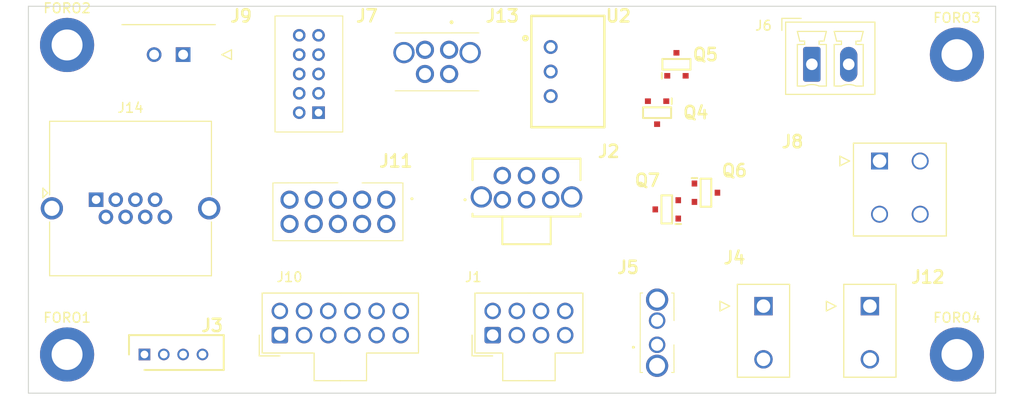
<source format=kicad_pcb>
(kicad_pcb (version 20171130) (host pcbnew "(5.1.10)-1")

  (general
    (thickness 1.6)
    (drawings 4)
    (tracks 0)
    (zones 0)
    (modules 23)
    (nets 86)
  )

  (page A4)
  (layers
    (0 F.Cu signal)
    (31 B.Cu signal)
    (32 B.Adhes user)
    (33 F.Adhes user)
    (34 B.Paste user)
    (35 F.Paste user)
    (36 B.SilkS user)
    (37 F.SilkS user)
    (38 B.Mask user)
    (39 F.Mask user)
    (40 Dwgs.User user)
    (41 Cmts.User user)
    (42 Eco1.User user)
    (43 Eco2.User user)
    (44 Edge.Cuts user)
    (45 Margin user)
    (46 B.CrtYd user)
    (47 F.CrtYd user)
    (48 B.Fab user)
    (49 F.Fab user)
  )

  (setup
    (last_trace_width 0.25)
    (trace_clearance 0.2)
    (zone_clearance 0.508)
    (zone_45_only no)
    (trace_min 0.2)
    (via_size 0.8)
    (via_drill 0.4)
    (via_min_size 0.4)
    (via_min_drill 0.3)
    (uvia_size 0.3)
    (uvia_drill 0.1)
    (uvias_allowed no)
    (uvia_min_size 0.2)
    (uvia_min_drill 0.1)
    (edge_width 0.05)
    (segment_width 0.2)
    (pcb_text_width 0.3)
    (pcb_text_size 1.5 1.5)
    (mod_edge_width 0.12)
    (mod_text_size 1 1)
    (mod_text_width 0.15)
    (pad_size 1.524 1.524)
    (pad_drill 0.762)
    (pad_to_mask_clearance 0)
    (aux_axis_origin 0 0)
    (visible_elements 7FFFFFFF)
    (pcbplotparams
      (layerselection 0x01030_ffffffff)
      (usegerberextensions false)
      (usegerberattributes true)
      (usegerberadvancedattributes true)
      (creategerberjobfile true)
      (excludeedgelayer true)
      (linewidth 0.100000)
      (plotframeref false)
      (viasonmask false)
      (mode 1)
      (useauxorigin false)
      (hpglpennumber 1)
      (hpglpenspeed 20)
      (hpglpendiameter 15.000000)
      (psnegative false)
      (psa4output false)
      (plotreference true)
      (plotvalue false)
      (plotinvisibletext false)
      (padsonsilk false)
      (subtractmaskfromsilk false)
      (outputformat 3)
      (mirror false)
      (drillshape 0)
      (scaleselection 1)
      (outputdirectory ""))
  )

  (net 0 "")
  (net 1 "Net-(J6-Pad2)")
  (net 2 "Net-(J6-Pad1)")
  (net 3 "Net-(J8-Pad1)")
  (net 4 "Net-(J8-Pad2)")
  (net 5 "Net-(J8-Pad3)")
  (net 6 "Net-(J8-Pad4)")
  (net 7 "Net-(J3-Pad1)")
  (net 8 "Net-(J3-Pad2)")
  (net 9 "Net-(J3-Pad3)")
  (net 10 "Net-(J3-Pad4)")
  (net 11 "Net-(J4-Pad1)")
  (net 12 "Net-(J4-Pad2)")
  (net 13 "Net-(J1-Pad8)")
  (net 14 "Net-(J1-Pad7)")
  (net 15 "Net-(J1-Pad6)")
  (net 16 "Net-(J1-Pad5)")
  (net 17 "Net-(J1-Pad4)")
  (net 18 "Net-(J1-Pad3)")
  (net 19 "Net-(J1-Pad2)")
  (net 20 "Net-(J1-Pad1)")
  (net 21 "Net-(J2-Pad1)")
  (net 22 "Net-(J2-Pad2)")
  (net 23 "Net-(J2-Pad3)")
  (net 24 "Net-(J2-Pad4)")
  (net 25 "Net-(J2-Pad5)")
  (net 26 "Net-(J2-Pad6)")
  (net 27 "Net-(J5-Pad1)")
  (net 28 "Net-(J5-Pad2)")
  (net 29 "Net-(J9-Pad1)")
  (net 30 "Net-(J9-Pad2)")
  (net 31 "Net-(J10-Pad12)")
  (net 32 "Net-(J10-Pad11)")
  (net 33 "Net-(J10-Pad10)")
  (net 34 "Net-(J10-Pad9)")
  (net 35 "Net-(J10-Pad8)")
  (net 36 "Net-(J10-Pad7)")
  (net 37 "Net-(J10-Pad6)")
  (net 38 "Net-(J10-Pad5)")
  (net 39 "Net-(J10-Pad4)")
  (net 40 "Net-(J10-Pad3)")
  (net 41 "Net-(J10-Pad2)")
  (net 42 "Net-(J10-Pad1)")
  (net 43 "Net-(J11-Pad8)")
  (net 44 "Net-(J11-Pad7)")
  (net 45 "Net-(J11-Pad6)")
  (net 46 "Net-(J11-Pad5)")
  (net 47 "Net-(J11-Pad4)")
  (net 48 "Net-(J11-Pad3)")
  (net 49 "Net-(J11-Pad2)")
  (net 50 "Net-(J11-Pad1)")
  (net 51 "Net-(J12-Pad1)")
  (net 52 "Net-(J12-Pad2)")
  (net 53 "Net-(J13-Pad1)")
  (net 54 "Net-(J13-Pad2)")
  (net 55 "Net-(J13-Pad3)")
  (net 56 "Net-(J13-Pad4)")
  (net 57 "Net-(J14-Pad8)")
  (net 58 "Net-(J14-Pad7)")
  (net 59 "Net-(J14-Pad6)")
  (net 60 "Net-(J14-Pad5)")
  (net 61 "Net-(J14-Pad4)")
  (net 62 "Net-(J14-Pad3)")
  (net 63 "Net-(J14-Pad2)")
  (net 64 "Net-(J14-Pad1)")
  (net 65 "Net-(J11-Pad9)")
  (net 66 "Net-(J11-Pad10)")
  (net 67 "Net-(Q4-Pad1)")
  (net 68 "Net-(Q4-Pad2)")
  (net 69 "Net-(Q4-Pad3)")
  (net 70 "Net-(Q5-Pad1)")
  (net 71 "Net-(Q5-Pad2)")
  (net 72 "Net-(Q5-Pad3)")
  (net 73 "Net-(Q6-Pad1)")
  (net 74 "Net-(Q6-Pad2)")
  (net 75 "Net-(Q6-Pad3)")
  (net 76 "Net-(Q7-Pad1)")
  (net 77 "Net-(Q7-Pad2)")
  (net 78 "Net-(Q7-Pad3)")
  (net 79 "Net-(U2-Pad1)")
  (net 80 "Net-(U2-Pad2)")
  (net 81 "Net-(U2-Pad3)")
  (net 82 "Net-(FORO1-Pad1)")
  (net 83 "Net-(FORO2-Pad1)")
  (net 84 "Net-(FORO3-Pad1)")
  (net 85 "Net-(FORO4-Pad1)")

  (net_class Default "This is the default net class."
    (clearance 0.2)
    (trace_width 0.25)
    (via_dia 0.8)
    (via_drill 0.4)
    (uvia_dia 0.3)
    (uvia_drill 0.1)
    (add_net "Net-(FORO1-Pad1)")
    (add_net "Net-(FORO2-Pad1)")
    (add_net "Net-(FORO3-Pad1)")
    (add_net "Net-(FORO4-Pad1)")
    (add_net "Net-(J1-Pad1)")
    (add_net "Net-(J1-Pad2)")
    (add_net "Net-(J1-Pad3)")
    (add_net "Net-(J1-Pad4)")
    (add_net "Net-(J1-Pad5)")
    (add_net "Net-(J1-Pad6)")
    (add_net "Net-(J1-Pad7)")
    (add_net "Net-(J1-Pad8)")
    (add_net "Net-(J10-Pad1)")
    (add_net "Net-(J10-Pad10)")
    (add_net "Net-(J10-Pad11)")
    (add_net "Net-(J10-Pad12)")
    (add_net "Net-(J10-Pad2)")
    (add_net "Net-(J10-Pad3)")
    (add_net "Net-(J10-Pad4)")
    (add_net "Net-(J10-Pad5)")
    (add_net "Net-(J10-Pad6)")
    (add_net "Net-(J10-Pad7)")
    (add_net "Net-(J10-Pad8)")
    (add_net "Net-(J10-Pad9)")
    (add_net "Net-(J11-Pad1)")
    (add_net "Net-(J11-Pad10)")
    (add_net "Net-(J11-Pad2)")
    (add_net "Net-(J11-Pad3)")
    (add_net "Net-(J11-Pad4)")
    (add_net "Net-(J11-Pad5)")
    (add_net "Net-(J11-Pad6)")
    (add_net "Net-(J11-Pad7)")
    (add_net "Net-(J11-Pad8)")
    (add_net "Net-(J11-Pad9)")
    (add_net "Net-(J12-Pad1)")
    (add_net "Net-(J12-Pad2)")
    (add_net "Net-(J13-Pad1)")
    (add_net "Net-(J13-Pad2)")
    (add_net "Net-(J13-Pad3)")
    (add_net "Net-(J13-Pad4)")
    (add_net "Net-(J14-Pad1)")
    (add_net "Net-(J14-Pad2)")
    (add_net "Net-(J14-Pad3)")
    (add_net "Net-(J14-Pad4)")
    (add_net "Net-(J14-Pad5)")
    (add_net "Net-(J14-Pad6)")
    (add_net "Net-(J14-Pad7)")
    (add_net "Net-(J14-Pad8)")
    (add_net "Net-(J2-Pad1)")
    (add_net "Net-(J2-Pad2)")
    (add_net "Net-(J2-Pad3)")
    (add_net "Net-(J2-Pad4)")
    (add_net "Net-(J2-Pad5)")
    (add_net "Net-(J2-Pad6)")
    (add_net "Net-(J3-Pad1)")
    (add_net "Net-(J3-Pad2)")
    (add_net "Net-(J3-Pad3)")
    (add_net "Net-(J3-Pad4)")
    (add_net "Net-(J4-Pad1)")
    (add_net "Net-(J4-Pad2)")
    (add_net "Net-(J5-Pad1)")
    (add_net "Net-(J5-Pad2)")
    (add_net "Net-(J6-Pad1)")
    (add_net "Net-(J6-Pad2)")
    (add_net "Net-(J8-Pad1)")
    (add_net "Net-(J8-Pad2)")
    (add_net "Net-(J8-Pad3)")
    (add_net "Net-(J8-Pad4)")
    (add_net "Net-(J9-Pad1)")
    (add_net "Net-(J9-Pad2)")
    (add_net "Net-(Q4-Pad1)")
    (add_net "Net-(Q4-Pad2)")
    (add_net "Net-(Q4-Pad3)")
    (add_net "Net-(Q5-Pad1)")
    (add_net "Net-(Q5-Pad2)")
    (add_net "Net-(Q5-Pad3)")
    (add_net "Net-(Q6-Pad1)")
    (add_net "Net-(Q6-Pad2)")
    (add_net "Net-(Q6-Pad3)")
    (add_net "Net-(Q7-Pad1)")
    (add_net "Net-(Q7-Pad2)")
    (add_net "Net-(Q7-Pad3)")
    (add_net "Net-(U2-Pad1)")
    (add_net "Net-(U2-Pad2)")
    (add_net "Net-(U2-Pad3)")
  )

  (module MountingHole:MountingHole_3.2mm_M3_DIN965_Pad_TopBottom (layer F.Cu) (tedit 56D1B4CB) (tstamp 64A7A3C1)
    (at 147 64)
    (descr "Mounting Hole 3.2mm, M3, DIN965")
    (tags "mounting hole 3.2mm m3 din965")
    (path /64A99B33)
    (attr virtual)
    (fp_text reference FORO4 (at 0 -3.8) (layer F.SilkS)
      (effects (font (size 1 1) (thickness 0.15)))
    )
    (fp_text value MountingHole_Pad (at 0 3.8) (layer F.Fab)
      (effects (font (size 1 1) (thickness 0.15)))
    )
    (fp_circle (center 0 0) (end 3.05 0) (layer F.CrtYd) (width 0.05))
    (fp_circle (center 0 0) (end 2.8 0) (layer Cmts.User) (width 0.15))
    (fp_text user %R (at 0.3 0) (layer F.Fab)
      (effects (font (size 1 1) (thickness 0.15)))
    )
    (pad 1 connect circle (at 0 0) (size 5.6 5.6) (layers B.Cu B.Mask)
      (net 85 "Net-(FORO4-Pad1)"))
    (pad 1 connect circle (at 0 0) (size 5.6 5.6) (layers F.Cu F.Mask)
      (net 85 "Net-(FORO4-Pad1)"))
    (pad 1 thru_hole circle (at 0 0) (size 3.6 3.6) (drill 3.2) (layers *.Cu *.Mask)
      (net 85 "Net-(FORO4-Pad1)"))
  )

  (module MountingHole:MountingHole_3.2mm_M3_DIN965_Pad_TopBottom (layer F.Cu) (tedit 56D1B4CB) (tstamp 64A78C84)
    (at 147 33)
    (descr "Mounting Hole 3.2mm, M3, DIN965")
    (tags "mounting hole 3.2mm m3 din965")
    (path /64A99205)
    (attr virtual)
    (fp_text reference FORO3 (at 0 -3.8) (layer F.SilkS)
      (effects (font (size 1 1) (thickness 0.15)))
    )
    (fp_text value MountingHole_Pad (at 0 3.8) (layer F.Fab)
      (effects (font (size 1 1) (thickness 0.15)))
    )
    (fp_circle (center 0 0) (end 3.05 0) (layer F.CrtYd) (width 0.05))
    (fp_circle (center 0 0) (end 2.8 0) (layer Cmts.User) (width 0.15))
    (fp_text user %R (at 0.3 0) (layer F.Fab)
      (effects (font (size 1 1) (thickness 0.15)))
    )
    (pad 1 connect circle (at 0 0) (size 5.6 5.6) (layers B.Cu B.Mask)
      (net 84 "Net-(FORO3-Pad1)"))
    (pad 1 connect circle (at 0 0) (size 5.6 5.6) (layers F.Cu F.Mask)
      (net 84 "Net-(FORO3-Pad1)"))
    (pad 1 thru_hole circle (at 0 0) (size 3.6 3.6) (drill 3.2) (layers *.Cu *.Mask)
      (net 84 "Net-(FORO3-Pad1)"))
  )

  (module MountingHole:MountingHole_3.2mm_M3_DIN965_Pad_TopBottom (layer F.Cu) (tedit 56D1B4CB) (tstamp 64A78C7A)
    (at 55 32)
    (descr "Mounting Hole 3.2mm, M3, DIN965")
    (tags "mounting hole 3.2mm m3 din965")
    (path /64A986B1)
    (attr virtual)
    (fp_text reference FORO2 (at 0 -3.8) (layer F.SilkS)
      (effects (font (size 1 1) (thickness 0.15)))
    )
    (fp_text value MountingHole_Pad (at 0 3.8) (layer F.Fab)
      (effects (font (size 1 1) (thickness 0.15)))
    )
    (fp_circle (center 0 0) (end 3.05 0) (layer F.CrtYd) (width 0.05))
    (fp_circle (center 0 0) (end 2.8 0) (layer Cmts.User) (width 0.15))
    (fp_text user %R (at 0.3 0) (layer F.Fab)
      (effects (font (size 1 1) (thickness 0.15)))
    )
    (pad 1 connect circle (at 0 0) (size 5.6 5.6) (layers B.Cu B.Mask)
      (net 83 "Net-(FORO2-Pad1)"))
    (pad 1 connect circle (at 0 0) (size 5.6 5.6) (layers F.Cu F.Mask)
      (net 83 "Net-(FORO2-Pad1)"))
    (pad 1 thru_hole circle (at 0 0) (size 3.6 3.6) (drill 3.2) (layers *.Cu *.Mask)
      (net 83 "Net-(FORO2-Pad1)"))
  )

  (module MountingHole:MountingHole_3.2mm_M3_DIN965_Pad_TopBottom (layer F.Cu) (tedit 56D1B4CB) (tstamp 64A7A471)
    (at 55 64)
    (descr "Mounting Hole 3.2mm, M3, DIN965")
    (tags "mounting hole 3.2mm m3 din965")
    (path /64A97680)
    (attr virtual)
    (fp_text reference FORO1 (at 0 -3.8) (layer F.SilkS)
      (effects (font (size 1 1) (thickness 0.15)))
    )
    (fp_text value MountingHole_Pad (at 0 3.8) (layer F.Fab)
      (effects (font (size 1 1) (thickness 0.15)))
    )
    (fp_circle (center 0 0) (end 3.05 0) (layer F.CrtYd) (width 0.05))
    (fp_circle (center 0 0) (end 2.8 0) (layer Cmts.User) (width 0.15))
    (fp_text user %R (at 0.3 0) (layer F.Fab)
      (effects (font (size 1 1) (thickness 0.15)))
    )
    (pad 1 connect circle (at 0 0) (size 5.6 5.6) (layers B.Cu B.Mask)
      (net 82 "Net-(FORO1-Pad1)"))
    (pad 1 connect circle (at 0 0) (size 5.6 5.6) (layers F.Cu F.Mask)
      (net 82 "Net-(FORO1-Pad1)"))
    (pad 1 thru_hole circle (at 0 0) (size 3.6 3.6) (drill 3.2) (layers *.Cu *.Mask)
      (net 82 "Net-(FORO1-Pad1)"))
  )

  (module Lib313:TSR-0.5-2433 (layer F.Cu) (tedit 64A6C036) (tstamp 64A7831C)
    (at 103 29 270)
    (descr TSR-0.5-2433)
    (tags "Power Supply")
    (path /64A90D27)
    (fp_text reference U2 (at 0 -9) (layer F.SilkS)
      (effects (font (size 1.27 1.27) (thickness 0.254)))
    )
    (fp_text value TSR_1-2450 (at 0 0 90) (layer F.SilkS) hide
      (effects (font (size 1.27 1.27) (thickness 0.254)))
    )
    (fp_circle (center 2.306 0.613) (end 2.306 0.702) (layer F.SilkS) (width 0.254))
    (fp_line (start 11.5 -7.55) (end 0 -7.55) (layer F.SilkS) (width 0.254))
    (fp_line (start 11.5 0) (end 11.5 -7.55) (layer F.SilkS) (width 0.254))
    (fp_line (start 0 0) (end 11.5 0) (layer F.SilkS) (width 0.254))
    (fp_line (start 0 -7.55) (end 0 0) (layer F.SilkS) (width 0.254))
    (fp_line (start 0 0) (end 0 -7.55) (layer F.Fab) (width 0.254))
    (fp_line (start 11.5 0) (end 0 0) (layer F.Fab) (width 0.254))
    (fp_line (start 11.5 -7.55) (end 11.5 0) (layer F.Fab) (width 0.254))
    (fp_line (start 0 -7.55) (end 11.5 -7.55) (layer F.Fab) (width 0.254))
    (fp_text user %R (at 0 0 90) (layer F.Fab)
      (effects (font (size 1.27 1.27) (thickness 0.254)))
    )
    (pad 1 thru_hole circle (at 3.21 -2 270) (size 1.44 1.44) (drill 0.94) (layers *.Cu *.Mask)
      (net 79 "Net-(U2-Pad1)"))
    (pad 2 thru_hole circle (at 5.75 -2 270) (size 1.44 1.44) (drill 0.94) (layers *.Cu *.Mask)
      (net 80 "Net-(U2-Pad2)"))
    (pad 3 thru_hole circle (at 8.29 -2 270) (size 1.44 1.44) (drill 0.94) (layers *.Cu *.Mask)
      (net 81 "Net-(U2-Pad3)"))
    (model TSR_0.5-2450.stp
      (offset (xyz -21.61000028580186 17.88999912096765 10.26000007479205))
      (scale (xyz 1 1 1))
      (rotate (xyz 90 0 -180))
    )
  )

  (module Lib313:SOTFL95P240X88-3N (layer F.Cu) (tedit 64A6BDDE) (tstamp 64A78586)
    (at 117 49 180)
    (descr "SOT-23F (2-3Z1A)_1")
    (tags "MOSFET (N-Channel)")
    (path /64A888B7)
    (attr smd)
    (fp_text reference Q7 (at 2 3) (layer F.SilkS)
      (effects (font (size 1.27 1.27) (thickness 0.254)))
    )
    (fp_text value Q_NMOS_DGS (at 0 0) (layer F.SilkS) hide
      (effects (font (size 1.27 1.27) (thickness 0.254)))
    )
    (fp_line (start -1.475 -1.51) (end -0.9 -1.51) (layer F.SilkS) (width 0.2))
    (fp_line (start -0.55 1.45) (end -0.55 -1.45) (layer F.SilkS) (width 0.2))
    (fp_line (start 0.55 1.45) (end -0.55 1.45) (layer F.SilkS) (width 0.2))
    (fp_line (start 0.55 -1.45) (end 0.55 1.45) (layer F.SilkS) (width 0.2))
    (fp_line (start -0.55 -1.45) (end 0.55 -1.45) (layer F.SilkS) (width 0.2))
    (fp_line (start -0.9 -0.5) (end 0.05 -1.45) (layer F.Fab) (width 0.1))
    (fp_line (start -0.9 1.45) (end -0.9 -1.45) (layer F.Fab) (width 0.1))
    (fp_line (start 0.9 1.45) (end -0.9 1.45) (layer F.Fab) (width 0.1))
    (fp_line (start 0.9 -1.45) (end 0.9 1.45) (layer F.Fab) (width 0.1))
    (fp_line (start -0.9 -1.45) (end 0.9 -1.45) (layer F.Fab) (width 0.1))
    (fp_line (start -1.625 1.7) (end -1.625 -1.7) (layer F.CrtYd) (width 0.05))
    (fp_line (start 1.625 1.7) (end -1.625 1.7) (layer F.CrtYd) (width 0.05))
    (fp_line (start 1.625 -1.7) (end 1.625 1.7) (layer F.CrtYd) (width 0.05))
    (fp_line (start -1.625 -1.7) (end 1.625 -1.7) (layer F.CrtYd) (width 0.05))
    (fp_text user %R (at 0 0) (layer F.Fab)
      (effects (font (size 1.27 1.27) (thickness 0.254)))
    )
    (pad 1 smd rect (at -1.188 -0.95 180) (size 0.575 0.62) (layers F.Cu F.Paste F.Mask)
      (net 76 "Net-(Q7-Pad1)"))
    (pad 2 smd rect (at -1.188 0.95 180) (size 0.575 0.62) (layers F.Cu F.Paste F.Mask)
      (net 77 "Net-(Q7-Pad2)"))
    (pad 3 smd rect (at 1.188 0 180) (size 0.575 0.62) (layers F.Cu F.Paste F.Mask)
      (net 78 "Net-(Q7-Pad3)"))
    (model SSM3K341R,LF.stp
      (at (xyz 0 0 0))
      (scale (xyz 1 1 1))
      (rotate (xyz 0 0 0))
    )
  )

  (module Lib313:SOTFL95P240X88-3N (layer F.Cu) (tedit 64A6BDDE) (tstamp 64A78547)
    (at 121.049999 47.274999)
    (descr "SOT-23F (2-3Z1A)_1")
    (tags "MOSFET (N-Channel)")
    (path /64A8805F)
    (attr smd)
    (fp_text reference Q6 (at 2.950001 -2.274999) (layer F.SilkS)
      (effects (font (size 1.27 1.27) (thickness 0.254)))
    )
    (fp_text value Q_NMOS_DGS (at 0 0) (layer F.SilkS) hide
      (effects (font (size 1.27 1.27) (thickness 0.254)))
    )
    (fp_line (start -1.475 -1.51) (end -0.9 -1.51) (layer F.SilkS) (width 0.2))
    (fp_line (start -0.55 1.45) (end -0.55 -1.45) (layer F.SilkS) (width 0.2))
    (fp_line (start 0.55 1.45) (end -0.55 1.45) (layer F.SilkS) (width 0.2))
    (fp_line (start 0.55 -1.45) (end 0.55 1.45) (layer F.SilkS) (width 0.2))
    (fp_line (start -0.55 -1.45) (end 0.55 -1.45) (layer F.SilkS) (width 0.2))
    (fp_line (start -0.9 -0.5) (end 0.05 -1.45) (layer F.Fab) (width 0.1))
    (fp_line (start -0.9 1.45) (end -0.9 -1.45) (layer F.Fab) (width 0.1))
    (fp_line (start 0.9 1.45) (end -0.9 1.45) (layer F.Fab) (width 0.1))
    (fp_line (start 0.9 -1.45) (end 0.9 1.45) (layer F.Fab) (width 0.1))
    (fp_line (start -0.9 -1.45) (end 0.9 -1.45) (layer F.Fab) (width 0.1))
    (fp_line (start -1.625 1.7) (end -1.625 -1.7) (layer F.CrtYd) (width 0.05))
    (fp_line (start 1.625 1.7) (end -1.625 1.7) (layer F.CrtYd) (width 0.05))
    (fp_line (start 1.625 -1.7) (end 1.625 1.7) (layer F.CrtYd) (width 0.05))
    (fp_line (start -1.625 -1.7) (end 1.625 -1.7) (layer F.CrtYd) (width 0.05))
    (fp_text user %R (at 0 0) (layer F.Fab)
      (effects (font (size 1.27 1.27) (thickness 0.254)))
    )
    (pad 1 smd rect (at -1.188 -0.95) (size 0.575 0.62) (layers F.Cu F.Paste F.Mask)
      (net 73 "Net-(Q6-Pad1)"))
    (pad 2 smd rect (at -1.188 0.95) (size 0.575 0.62) (layers F.Cu F.Paste F.Mask)
      (net 74 "Net-(Q6-Pad2)"))
    (pad 3 smd rect (at 1.188 0) (size 0.575 0.62) (layers F.Cu F.Paste F.Mask)
      (net 75 "Net-(Q6-Pad3)"))
    (model SSM3K341R,LF.stp
      (at (xyz 0 0 0))
      (scale (xyz 1 1 1))
      (rotate (xyz 0 0 0))
    )
  )

  (module Lib313:SOTFL95P240X88-3N (layer F.Cu) (tedit 64A6BDDE) (tstamp 64A76F45)
    (at 118 34 90)
    (descr "SOT-23F (2-3Z1A)_1")
    (tags "MOSFET (N-Channel)")
    (path /64A875AD)
    (attr smd)
    (fp_text reference Q5 (at 1 3) (layer F.SilkS)
      (effects (font (size 1.27 1.27) (thickness 0.254)))
    )
    (fp_text value Q_NMOS_DGS (at 0 0 90) (layer F.SilkS) hide
      (effects (font (size 1.27 1.27) (thickness 0.254)))
    )
    (fp_line (start -1.475 -1.51) (end -0.9 -1.51) (layer F.SilkS) (width 0.2))
    (fp_line (start -0.55 1.45) (end -0.55 -1.45) (layer F.SilkS) (width 0.2))
    (fp_line (start 0.55 1.45) (end -0.55 1.45) (layer F.SilkS) (width 0.2))
    (fp_line (start 0.55 -1.45) (end 0.55 1.45) (layer F.SilkS) (width 0.2))
    (fp_line (start -0.55 -1.45) (end 0.55 -1.45) (layer F.SilkS) (width 0.2))
    (fp_line (start -0.9 -0.5) (end 0.05 -1.45) (layer F.Fab) (width 0.1))
    (fp_line (start -0.9 1.45) (end -0.9 -1.45) (layer F.Fab) (width 0.1))
    (fp_line (start 0.9 1.45) (end -0.9 1.45) (layer F.Fab) (width 0.1))
    (fp_line (start 0.9 -1.45) (end 0.9 1.45) (layer F.Fab) (width 0.1))
    (fp_line (start -0.9 -1.45) (end 0.9 -1.45) (layer F.Fab) (width 0.1))
    (fp_line (start -1.625 1.7) (end -1.625 -1.7) (layer F.CrtYd) (width 0.05))
    (fp_line (start 1.625 1.7) (end -1.625 1.7) (layer F.CrtYd) (width 0.05))
    (fp_line (start 1.625 -1.7) (end 1.625 1.7) (layer F.CrtYd) (width 0.05))
    (fp_line (start -1.625 -1.7) (end 1.625 -1.7) (layer F.CrtYd) (width 0.05))
    (fp_text user %R (at 0 0 90) (layer F.Fab)
      (effects (font (size 1.27 1.27) (thickness 0.254)))
    )
    (pad 1 smd rect (at -1.188 -0.95 90) (size 0.575 0.62) (layers F.Cu F.Paste F.Mask)
      (net 70 "Net-(Q5-Pad1)"))
    (pad 2 smd rect (at -1.188 0.95 90) (size 0.575 0.62) (layers F.Cu F.Paste F.Mask)
      (net 71 "Net-(Q5-Pad2)"))
    (pad 3 smd rect (at 1.188 0 90) (size 0.575 0.62) (layers F.Cu F.Paste F.Mask)
      (net 72 "Net-(Q5-Pad3)"))
    (model SSM3K341R,LF.stp
      (at (xyz 0 0 0))
      (scale (xyz 1 1 1))
      (rotate (xyz 0 0 0))
    )
  )

  (module Lib313:SOTFL95P240X88-3N (layer F.Cu) (tedit 64A6BDDE) (tstamp 64A76F2F)
    (at 116 39 270)
    (descr "SOT-23F (2-3Z1A)_1")
    (tags "MOSFET (N-Channel)")
    (path /64A86A0B)
    (attr smd)
    (fp_text reference Q4 (at 0 -4) (layer F.SilkS)
      (effects (font (size 1.27 1.27) (thickness 0.254)))
    )
    (fp_text value Q_NMOS_DGS (at 0 0 90) (layer F.SilkS) hide
      (effects (font (size 1.27 1.27) (thickness 0.254)))
    )
    (fp_line (start -1.475 -1.51) (end -0.9 -1.51) (layer F.SilkS) (width 0.2))
    (fp_line (start -0.55 1.45) (end -0.55 -1.45) (layer F.SilkS) (width 0.2))
    (fp_line (start 0.55 1.45) (end -0.55 1.45) (layer F.SilkS) (width 0.2))
    (fp_line (start 0.55 -1.45) (end 0.55 1.45) (layer F.SilkS) (width 0.2))
    (fp_line (start -0.55 -1.45) (end 0.55 -1.45) (layer F.SilkS) (width 0.2))
    (fp_line (start -0.9 -0.5) (end 0.05 -1.45) (layer F.Fab) (width 0.1))
    (fp_line (start -0.9 1.45) (end -0.9 -1.45) (layer F.Fab) (width 0.1))
    (fp_line (start 0.9 1.45) (end -0.9 1.45) (layer F.Fab) (width 0.1))
    (fp_line (start 0.9 -1.45) (end 0.9 1.45) (layer F.Fab) (width 0.1))
    (fp_line (start -0.9 -1.45) (end 0.9 -1.45) (layer F.Fab) (width 0.1))
    (fp_line (start -1.625 1.7) (end -1.625 -1.7) (layer F.CrtYd) (width 0.05))
    (fp_line (start 1.625 1.7) (end -1.625 1.7) (layer F.CrtYd) (width 0.05))
    (fp_line (start 1.625 -1.7) (end 1.625 1.7) (layer F.CrtYd) (width 0.05))
    (fp_line (start -1.625 -1.7) (end 1.625 -1.7) (layer F.CrtYd) (width 0.05))
    (fp_text user %R (at 0 0 90) (layer F.Fab)
      (effects (font (size 1.27 1.27) (thickness 0.254)))
    )
    (pad 1 smd rect (at -1.188 -0.95 270) (size 0.575 0.62) (layers F.Cu F.Paste F.Mask)
      (net 67 "Net-(Q4-Pad1)"))
    (pad 2 smd rect (at -1.188 0.95 270) (size 0.575 0.62) (layers F.Cu F.Paste F.Mask)
      (net 68 "Net-(Q4-Pad2)"))
    (pad 3 smd rect (at 1.188 0 270) (size 0.575 0.62) (layers F.Cu F.Paste F.Mask)
      (net 69 "Net-(Q4-Pad3)"))
    (model SSM3K341R,LF.stp
      (at (xyz 0 0 0))
      (scale (xyz 1 1 1))
      (rotate (xyz 0 0 0))
    )
  )

  (module Lib313:1053102210 (layer F.Cu) (tedit 64A6BB08) (tstamp 64A6E778)
    (at 88 48)
    (descr 105310-2210-2)
    (tags Connector)
    (path /64A8107E)
    (fp_text reference J11 (at 1 -4) (layer F.SilkS)
      (effects (font (size 1.27 1.27) (thickness 0.254)))
    )
    (fp_text value Conn_02x05_Counter_Clockwise (at -4.51 1.112) (layer F.SilkS) hide
      (effects (font (size 1.27 1.27) (thickness 0.254)))
    )
    (fp_line (start 2.6 -0.1) (end 2.7 -0.1) (layer F.SilkS) (width 0.2))
    (fp_line (start 2.7 -0.1) (end 2.7 -0.1) (layer F.SilkS) (width 0.2))
    (fp_line (start 2.6 -0.1) (end 2.6 -0.1) (layer F.SilkS) (width 0.2))
    (fp_line (start 1.72 -1.74) (end -2.5 -1.74) (layer F.SilkS) (width 0.1))
    (fp_line (start 1.72 4.24) (end 1.72 -1.74) (layer F.SilkS) (width 0.1))
    (fp_line (start -11.72 4.24) (end 1.72 4.24) (layer F.SilkS) (width 0.1))
    (fp_line (start -11.72 -1.74) (end -11.72 4.24) (layer F.SilkS) (width 0.1))
    (fp_line (start -5 -1.75) (end -11.72 -1.74) (layer F.SilkS) (width 0.1))
    (fp_line (start -12.72 5.24) (end -12.72 -3.015) (layer F.CrtYd) (width 0.1))
    (fp_line (start 3.7 5.24) (end -12.72 5.24) (layer F.CrtYd) (width 0.1))
    (fp_line (start 3.7 -3.015) (end 3.7 5.24) (layer F.CrtYd) (width 0.1))
    (fp_line (start -12.72 -3.015) (end 3.7 -3.015) (layer F.CrtYd) (width 0.1))
    (fp_line (start -11.72 -1.74) (end -11.72 4.24) (layer F.Fab) (width 0.2))
    (fp_line (start 1.72 -1.74) (end -11.72 -1.74) (layer F.Fab) (width 0.2))
    (fp_line (start 1.72 4.24) (end 1.72 -1.74) (layer F.Fab) (width 0.2))
    (fp_line (start -11.72 4.24) (end 1.72 4.24) (layer F.Fab) (width 0.2))
    (fp_text user %R (at -4.51 1.112) (layer F.Fab)
      (effects (font (size 1.27 1.27) (thickness 0.254)))
    )
    (fp_arc (start 2.65 -0.1) (end 2.6 -0.1) (angle -180) (layer F.SilkS) (width 0.2))
    (fp_arc (start 2.65 -0.1) (end 2.7 -0.1) (angle -180) (layer F.SilkS) (width 0.2))
    (pad 1 thru_hole circle (at 0 0) (size 1.875 1.875) (drill 1.25) (layers *.Cu *.Mask)
      (net 50 "Net-(J11-Pad1)"))
    (pad 2 thru_hole circle (at -2.5 0) (size 1.875 1.875) (drill 1.25) (layers *.Cu *.Mask)
      (net 49 "Net-(J11-Pad2)"))
    (pad 3 thru_hole circle (at -5 0) (size 1.875 1.875) (drill 1.25) (layers *.Cu *.Mask)
      (net 48 "Net-(J11-Pad3)"))
    (pad 4 thru_hole circle (at -7.5 0) (size 1.875 1.875) (drill 1.25) (layers *.Cu *.Mask)
      (net 47 "Net-(J11-Pad4)"))
    (pad 5 thru_hole circle (at -10 0) (size 1.875 1.875) (drill 1.25) (layers *.Cu *.Mask)
      (net 46 "Net-(J11-Pad5)"))
    (pad 6 thru_hole circle (at 0 2.5) (size 1.875 1.875) (drill 1.25) (layers *.Cu *.Mask)
      (net 45 "Net-(J11-Pad6)"))
    (pad 7 thru_hole circle (at -2.5 2.5) (size 1.875 1.875) (drill 1.25) (layers *.Cu *.Mask)
      (net 44 "Net-(J11-Pad7)"))
    (pad 8 thru_hole circle (at -5 2.5) (size 1.875 1.875) (drill 1.25) (layers *.Cu *.Mask)
      (net 43 "Net-(J11-Pad8)"))
    (pad 9 thru_hole circle (at -7.5 2.5) (size 1.875 1.875) (drill 1.25) (layers *.Cu *.Mask)
      (net 65 "Net-(J11-Pad9)"))
    (pad 10 thru_hole circle (at -10 2.5) (size 1.875 1.875) (drill 1.25) (layers *.Cu *.Mask)
      (net 66 "Net-(J11-Pad10)"))
    (pad MH1 np_thru_hole circle (at -3.75 -1.34) (size 1.35 1.35) (drill 1.35) (layers *.Cu *.Mask))
    (model 105310-2210.stp
      (offset (xyz -4.9999999249076 -1.200000029661533 4.699999738678131))
      (scale (xyz 1 1 1))
      (rotate (xyz 0 0 0))
    )
  )

  (module Lib313:RJ45_Amphenol_RJHSE5380 (layer F.Cu) (tedit 64A6811A) (tstamp 64A6E7CC)
    (at 58 48)
    (descr "Shielded, https://www.amphenolcanada.com/ProductSearch/drawings/AC/RJHSE538X.pdf")
    (tags "RJ45 8p8c ethernet cat5")
    (path /64A6BBC1)
    (fp_text reference J14 (at 3.56 -9.5) (layer F.SilkS)
      (effects (font (size 1 1) (thickness 0.15)))
    )
    (fp_text value Conn_02x04_Odd_Even (at 3.56 9.5) (layer F.Fab)
      (effects (font (size 1 1) (thickness 0.15)))
    )
    (fp_line (start -4.695 -7) (end -4.695 7.75) (layer F.Fab) (width 0.1))
    (fp_line (start -4.695 7.75) (end 11.815 7.75) (layer F.Fab) (width 0.1))
    (fp_line (start -3.695 -8) (end 11.815 -8) (layer F.Fab) (width 0.1))
    (fp_line (start 11.815 -8) (end 11.815 7.75) (layer F.Fab) (width 0.1))
    (fp_line (start -4.76 -8.11) (end 11.88 -8.11) (layer F.SilkS) (width 0.12))
    (fp_line (start -4.805 -8.11) (end -4.805 -0.5) (layer F.SilkS) (width 0.12))
    (fp_line (start 11.925 -8.11) (end 11.925 -0.5) (layer F.SilkS) (width 0.12))
    (fp_line (start -4.76 7.86) (end 11.925 7.86) (layer F.SilkS) (width 0.12))
    (fp_line (start -4.805 7.86) (end -4.805 2.3) (layer F.SilkS) (width 0.12))
    (fp_line (start 11.925 7.86) (end 11.925 2.3) (layer F.SilkS) (width 0.12))
    (fp_line (start -4.695 -7) (end -3.695 -8) (layer F.Fab) (width 0.1))
    (fp_line (start -6.22 -8.5) (end 13.34 -8.5) (layer F.CrtYd) (width 0.05))
    (fp_line (start -6.22 -8.5) (end -6.22 8.25) (layer F.CrtYd) (width 0.05))
    (fp_line (start -6.22 8.25) (end 13.34 8.25) (layer F.CrtYd) (width 0.05))
    (fp_line (start 13.34 -8.5) (end 13.34 8.25) (layer F.CrtYd) (width 0.05))
    (fp_line (start -5 -0.7) (end -5.5 -0.2) (layer F.SilkS) (width 0.12))
    (fp_line (start -5.5 -0.2) (end -5.5 -1.2) (layer F.SilkS) (width 0.12))
    (fp_line (start -5.5 -1.2) (end -5 -0.7) (layer F.SilkS) (width 0.12))
    (fp_text user %R (at 3.56 -6) (layer F.Fab)
      (effects (font (size 1 1) (thickness 0.15)))
    )
    (pad SH thru_hole circle (at -4.57 0.89) (size 2.3 2.3) (drill 1.57) (layers *.Cu *.Mask))
    (pad SH thru_hole circle (at 11.69 0.89) (size 2.3 2.3) (drill 1.57) (layers *.Cu *.Mask))
    (pad "" np_thru_hole circle (at 9.91 -2.54) (size 3.25 3.25) (drill 3.25) (layers *.Cu *.Mask))
    (pad "" np_thru_hole circle (at -2.79 -2.54) (size 3.25 3.25) (drill 3.25) (layers *.Cu *.Mask))
    (pad 8 thru_hole circle (at 7.112 1.78) (size 1.5 1.5) (drill 0.89) (layers *.Cu *.Mask)
      (net 57 "Net-(J14-Pad8)"))
    (pad 6 thru_hole circle (at 5.08 1.78) (size 1.5 1.5) (drill 0.89) (layers *.Cu *.Mask)
      (net 59 "Net-(J14-Pad6)"))
    (pad 4 thru_hole circle (at 3.048 1.78) (size 1.5 1.5) (drill 0.89) (layers *.Cu *.Mask)
      (net 61 "Net-(J14-Pad4)"))
    (pad 2 thru_hole circle (at 1.016 1.78) (size 1.5 1.5) (drill 0.89) (layers *.Cu *.Mask)
      (net 63 "Net-(J14-Pad2)"))
    (pad 7 thru_hole circle (at 6.096 0) (size 1.5 1.5) (drill 0.89) (layers *.Cu *.Mask)
      (net 58 "Net-(J14-Pad7)"))
    (pad 5 thru_hole circle (at 4.064 0) (size 1.5 1.5) (drill 0.89) (layers *.Cu *.Mask)
      (net 60 "Net-(J14-Pad5)"))
    (pad 3 thru_hole circle (at 2.032 0) (size 1.5 1.5) (drill 0.89) (layers *.Cu *.Mask)
      (net 62 "Net-(J14-Pad3)"))
    (pad 1 thru_hole rect (at 0 0) (size 1.5 1.5) (drill 0.89) (layers *.Cu *.Mask)
      (net 64 "Net-(J14-Pad1)"))
    (model ${KISYS3DMOD}/Connector_RJ.3dshapes/RJ45_Amphenol_RJHSE5380.wrl
      (at (xyz 0 0 0))
      (scale (xyz 1 1 1))
      (rotate (xyz 0 0 0))
    )
    (model ${KIPRJMOD}/M-RJE08-188-0X10-REVT1.STEP
      (offset (xyz 3.5 9 16))
      (scale (xyz 1 1 1))
      (rotate (xyz 0 0 180))
    )
  )

  (module Lib313:1053121104 (layer F.Cu) (tedit 0) (tstamp 64BE2B6C)
    (at 94.5 32.5 180)
    (descr 105312-1104-3)
    (tags Connector)
    (path /64A6AC50)
    (fp_text reference J13 (at -5.5 3.5) (layer F.SilkS)
      (effects (font (size 1.27 1.27) (thickness 0.254)))
    )
    (fp_text value Conn_02x02_Odd_Even (at 1.25 -2.15) (layer F.SilkS) hide
      (effects (font (size 1.27 1.27) (thickness 0.254)))
    )
    (fp_line (start -0.25 2.95) (end -0.25 2.95) (layer F.SilkS) (width 0.2))
    (fp_line (start -0.25 2.75) (end -0.25 2.75) (layer F.SilkS) (width 0.2))
    (fp_line (start -3.08 -4.24) (end 5.58 -4.24) (layer F.SilkS) (width 0.1))
    (fp_line (start 5.58 1.74) (end -3.08 1.75) (layer F.SilkS) (width 0.1))
    (fp_line (start 3.25 -7.25) (end 3.25 -4.24) (layer F.Fab) (width 0.2))
    (fp_line (start -0.75 -7.25) (end 3.25 -7.25) (layer F.Fab) (width 0.2))
    (fp_line (start -0.75 -4.24) (end -0.75 -7.25) (layer F.Fab) (width 0.2))
    (fp_line (start -4.27 3.95) (end -4.27 -8.25) (layer F.CrtYd) (width 0.1))
    (fp_line (start 6.77 3.95) (end -4.27 3.95) (layer F.CrtYd) (width 0.1))
    (fp_line (start 6.77 -8.25) (end 6.77 3.95) (layer F.CrtYd) (width 0.1))
    (fp_line (start -4.27 -8.25) (end 6.77 -8.25) (layer F.CrtYd) (width 0.1))
    (fp_line (start -3.08 1.74) (end -3.08 -4.24) (layer F.Fab) (width 0.2))
    (fp_line (start 5.58 1.74) (end -3.08 1.74) (layer F.Fab) (width 0.2))
    (fp_line (start 5.58 -4.24) (end 5.58 1.74) (layer F.Fab) (width 0.2))
    (fp_line (start -3.08 -4.24) (end 5.58 -4.24) (layer F.Fab) (width 0.2))
    (fp_text user %R (at 1.25 -2.15) (layer F.Fab)
      (effects (font (size 1.27 1.27) (thickness 0.254)))
    )
    (fp_arc (start -0.25 2.85) (end -0.25 2.75) (angle -180) (layer F.SilkS) (width 0.2))
    (fp_arc (start -0.25 2.85) (end -0.25 2.95) (angle -180) (layer F.SilkS) (width 0.2))
    (pad 1 thru_hole circle (at 0 0 180) (size 1.875 1.875) (drill 1.25) (layers *.Cu *.Mask)
      (net 53 "Net-(J13-Pad1)"))
    (pad 2 thru_hole circle (at 2.5 0 180) (size 1.875 1.875) (drill 1.25) (layers *.Cu *.Mask)
      (net 54 "Net-(J13-Pad2)"))
    (pad 3 thru_hole circle (at 0 -2.5 180) (size 1.875 1.875) (drill 1.25) (layers *.Cu *.Mask)
      (net 55 "Net-(J13-Pad3)"))
    (pad 4 thru_hole circle (at 2.5 -2.5 180) (size 1.875 1.875) (drill 1.25) (layers *.Cu *.Mask)
      (net 56 "Net-(J13-Pad4)"))
    (pad MH1 thru_hole circle (at -2.17 -0.29 180) (size 2.2 2.2) (drill 1.65) (layers *.Cu *.Mask))
    (pad MH2 thru_hole circle (at 4.67 -0.29 180) (size 2.2 2.2) (drill 1.65) (layers *.Cu *.Mask))
    (model 105312-1104.stp
      (offset (xyz 1.200000029661533 1.259999971539953 4.749999928662207))
      (scale (xyz 1 1 1))
      (rotate (xyz 0 0 -180))
    )
  )

  (module Lib313:46999-0138 (layer F.Cu) (tedit 64A598AD) (tstamp 64A6E791)
    (at 138 59)
    (descr 46999-0138)
    (tags Connector)
    (path /64A6B4A9)
    (fp_text reference J12 (at 6 -3) (layer F.SilkS)
      (effects (font (size 1.27 1.27) (thickness 0.254)))
    )
    (fp_text value Conn_01x02 (at 0 0) (layer F.SilkS) hide
      (effects (font (size 1.27 1.27) (thickness 0.254)))
    )
    (fp_line (start -3.97 8.62) (end -3.97 -3.52) (layer F.CrtYd) (width 0.05))
    (fp_line (start 3.97 8.62) (end -3.97 8.62) (layer F.CrtYd) (width 0.05))
    (fp_line (start 3.97 -3.52) (end 3.97 8.62) (layer F.CrtYd) (width 0.05))
    (fp_line (start -3.97 -3.52) (end 3.97 -3.52) (layer F.CrtYd) (width 0.05))
    (fp_line (start -3.5 0) (end -4.5 0.5) (layer F.Fab) (width 0.127))
    (fp_line (start -4.5 -0.5) (end -3.5 0) (layer F.Fab) (width 0.127))
    (fp_line (start -4.5 0.5) (end -4.5 -0.5) (layer F.Fab) (width 0.127))
    (fp_line (start -3.5 0) (end -4.5 0.5) (layer F.SilkS) (width 0.127))
    (fp_line (start -4.5 -0.5) (end -3.5 0) (layer F.SilkS) (width 0.127))
    (fp_line (start -4.5 0.5) (end -4.5 -0.5) (layer F.SilkS) (width 0.127))
    (fp_line (start -2.7 7.35) (end -2.7 -2.25) (layer F.SilkS) (width 0.127))
    (fp_line (start 2.7 7.35) (end -2.7 7.35) (layer F.SilkS) (width 0.127))
    (fp_line (start 2.7 -2.25) (end 2.7 7.35) (layer F.SilkS) (width 0.127))
    (fp_line (start -2.7 -2.25) (end 2.7 -2.25) (layer F.SilkS) (width 0.127))
    (fp_line (start -2.7 7.35) (end -2.7 -2.25) (layer F.Fab) (width 0.127))
    (fp_line (start 2.7 7.35) (end -2.7 7.35) (layer F.Fab) (width 0.127))
    (fp_line (start 2.7 -2.25) (end 2.7 7.35) (layer F.Fab) (width 0.127))
    (fp_line (start -2.7 -2.25) (end 2.7 -2.25) (layer F.Fab) (width 0.127))
    (fp_text user %R (at 0 0) (layer F.Fab)
      (effects (font (size 1.27 1.27) (thickness 0.254)))
    )
    (pad 1 thru_hole rect (at 0 0) (size 1.9 1.9) (drill 1.4) (layers *.Cu *.Mask)
      (net 51 "Net-(J12-Pad1)"))
    (pad 2 thru_hole circle (at 0 5.5) (size 1.9 1.9) (drill 1.4) (layers *.Cu *.Mask)
      (net 52 "Net-(J12-Pad2)"))
    (model 46999-0138.stp
      (offset (xyz -0.3000000074153769 -2.829999881203796 -0.09000000222461306))
      (scale (xyz 1 1 1))
      (rotate (xyz -90 0 -180))
    )
  )

  (module Lib313:Molex_Nano-Fit_105310-xx12_2x06_P2.50mm_Vertical (layer F.Cu) (tedit 64A675B8) (tstamp 64A6E744)
    (at 77 62 90)
    (descr "Molex Nano-Fit Power Connectors, 105310-xx12, 6 Pins per row (http://www.molex.com/pdm_docs/sd/1053101208_sd.pdf), generated with kicad-footprint-generator")
    (tags "connector Molex Nano-Fit side entry")
    (path /64A694D9)
    (fp_text reference J10 (at 6 1) (layer F.SilkS)
      (effects (font (size 1 1) (thickness 0.15)))
    )
    (fp_text value Conn_02x06_Odd_Even (at 1.25 15.42 90) (layer F.Fab)
      (effects (font (size 1 1) (thickness 0.15)))
    )
    (fp_line (start 0 -1.012893) (end 0.5 -1.72) (layer F.Fab) (width 0.1))
    (fp_line (start -0.5 -1.72) (end 0 -1.012893) (layer F.Fab) (width 0.1))
    (fp_line (start -2.15 -2.13) (end -2.15 0) (layer F.SilkS) (width 0.12))
    (fp_line (start 0 -2.13) (end -2.15 -2.13) (layer F.SilkS) (width 0.12))
    (fp_line (start -2.02 4.15) (end -4.1 4.15) (layer F.Fab) (width 0.1))
    (fp_line (start -2.02 8.35) (end -2.02 4.15) (layer F.Fab) (width 0.1))
    (fp_line (start -4.1 8.35) (end -2.02 8.35) (layer F.Fab) (width 0.1))
    (fp_line (start -4.1 4.15) (end -4.1 8.35) (layer F.Fab) (width 0.1))
    (fp_line (start -5.1 9.35) (end -5.1 6.25) (layer F.CrtYd) (width 0.05))
    (fp_line (start -2.24 9.35) (end -5.1 9.35) (layer F.CrtYd) (width 0.05))
    (fp_line (start -2.24 14.72) (end -2.24 9.35) (layer F.CrtYd) (width 0.05))
    (fp_line (start 4.74 14.72) (end -2.24 14.72) (layer F.CrtYd) (width 0.05))
    (fp_line (start 4.74 6.25) (end 4.74 14.72) (layer F.CrtYd) (width 0.05))
    (fp_line (start -5.1 3.15) (end -5.1 6.25) (layer F.CrtYd) (width 0.05))
    (fp_line (start -2.24 3.15) (end -5.1 3.15) (layer F.CrtYd) (width 0.05))
    (fp_line (start -2.24 -2.22) (end -2.24 3.15) (layer F.CrtYd) (width 0.05))
    (fp_line (start 4.74 -2.22) (end -2.24 -2.22) (layer F.CrtYd) (width 0.05))
    (fp_line (start 4.74 6.25) (end 4.74 -2.22) (layer F.CrtYd) (width 0.05))
    (fp_line (start -4.71 8.96) (end -4.71 6.25) (layer F.SilkS) (width 0.12))
    (fp_line (start -1.85 8.96) (end -4.71 8.96) (layer F.SilkS) (width 0.12))
    (fp_line (start -1.85 14.33) (end -1.85 8.96) (layer F.SilkS) (width 0.12))
    (fp_line (start 4.35 14.33) (end -1.85 14.33) (layer F.SilkS) (width 0.12))
    (fp_line (start 4.35 6.25) (end 4.35 14.33) (layer F.SilkS) (width 0.12))
    (fp_line (start -4.71 3.54) (end -4.71 6.25) (layer F.SilkS) (width 0.12))
    (fp_line (start -1.85 3.54) (end -4.71 3.54) (layer F.SilkS) (width 0.12))
    (fp_line (start -1.85 -1.83) (end -1.85 3.54) (layer F.SilkS) (width 0.12))
    (fp_line (start 4.35 -1.83) (end -1.85 -1.83) (layer F.SilkS) (width 0.12))
    (fp_line (start 4.35 6.25) (end 4.35 -1.83) (layer F.SilkS) (width 0.12))
    (fp_line (start -4.6 8.85) (end -4.6 6.25) (layer F.Fab) (width 0.1))
    (fp_line (start -1.74 8.85) (end -4.6 8.85) (layer F.Fab) (width 0.1))
    (fp_line (start -1.74 14.22) (end -1.74 8.85) (layer F.Fab) (width 0.1))
    (fp_line (start 4.24 14.22) (end -1.74 14.22) (layer F.Fab) (width 0.1))
    (fp_line (start 4.24 6.25) (end 4.24 14.22) (layer F.Fab) (width 0.1))
    (fp_line (start -4.6 3.65) (end -4.6 6.25) (layer F.Fab) (width 0.1))
    (fp_line (start -1.74 3.65) (end -4.6 3.65) (layer F.Fab) (width 0.1))
    (fp_line (start -1.74 -1.72) (end -1.74 3.65) (layer F.Fab) (width 0.1))
    (fp_line (start 4.24 -1.72) (end -1.74 -1.72) (layer F.Fab) (width 0.1))
    (fp_line (start 4.24 6.25) (end 4.24 -1.72) (layer F.Fab) (width 0.1))
    (fp_text user %R (at 3.54 6.25) (layer F.Fab)
      (effects (font (size 1 1) (thickness 0.15)))
    )
    (pad "" np_thru_hole circle (at -1.34 6.25 90) (size 1.3 1.3) (drill 1.3) (layers *.Cu *.Mask))
    (pad 12 thru_hole circle (at 2.5 12.5 90) (size 1.7 1.7) (drill 1.2) (layers *.Cu *.Mask)
      (net 31 "Net-(J10-Pad12)"))
    (pad 11 thru_hole circle (at 2.5 10 90) (size 1.7 1.7) (drill 1.2) (layers *.Cu *.Mask)
      (net 32 "Net-(J10-Pad11)"))
    (pad 10 thru_hole circle (at 2.5 7.5 90) (size 1.7 1.7) (drill 1.2) (layers *.Cu *.Mask)
      (net 33 "Net-(J10-Pad10)"))
    (pad 9 thru_hole circle (at 2.5 5 90) (size 1.7 1.7) (drill 1.2) (layers *.Cu *.Mask)
      (net 34 "Net-(J10-Pad9)"))
    (pad 8 thru_hole circle (at 2.5 2.5 90) (size 1.7 1.7) (drill 1.2) (layers *.Cu *.Mask)
      (net 35 "Net-(J10-Pad8)"))
    (pad 7 thru_hole circle (at 2.5 0 90) (size 1.7 1.7) (drill 1.2) (layers *.Cu *.Mask)
      (net 36 "Net-(J10-Pad7)"))
    (pad 6 thru_hole circle (at 0 12.5 90) (size 1.7 1.7) (drill 1.2) (layers *.Cu *.Mask)
      (net 37 "Net-(J10-Pad6)"))
    (pad 5 thru_hole circle (at 0 10 90) (size 1.7 1.7) (drill 1.2) (layers *.Cu *.Mask)
      (net 38 "Net-(J10-Pad5)"))
    (pad 4 thru_hole circle (at 0 7.5 90) (size 1.7 1.7) (drill 1.2) (layers *.Cu *.Mask)
      (net 39 "Net-(J10-Pad4)"))
    (pad 3 thru_hole circle (at 0 5 90) (size 1.7 1.7) (drill 1.2) (layers *.Cu *.Mask)
      (net 40 "Net-(J10-Pad3)"))
    (pad 2 thru_hole circle (at 0 2.5 90) (size 1.7 1.7) (drill 1.2) (layers *.Cu *.Mask)
      (net 41 "Net-(J10-Pad2)"))
    (pad 1 thru_hole roundrect (at 0 0 90) (size 1.7 1.7) (drill 1.2) (layers *.Cu *.Mask) (roundrect_rratio 0.147059)
      (net 42 "Net-(J10-Pad1)"))
    (model ${KISYS3DMOD}/Connector_Molex.3dshapes/Molex_Nano-Fit_105310-xx12_2x06_P2.50mm_Vertical.wrl
      (at (xyz 0 0 0))
      (scale (xyz 1 1 1))
      (rotate (xyz 0 0 0))
    )
    (model ${KIPRJMOD}/105310-2212.stp
      (offset (xyz 1.2 -6.1 5))
      (scale (xyz 1 1 1))
      (rotate (xyz 0 0 -90))
    )
  )

  (module Lib313:43650-02YY_151617 (layer F.Cu) (tedit 64A67453) (tstamp 64A6E70C)
    (at 67 33)
    (descr 43650-02YY_151617)
    (tags Connector)
    (path /64A68BC7)
    (fp_text reference J9 (at 6 -4) (layer F.SilkS)
      (effects (font (size 1.27 1.27) (thickness 0.254)))
    )
    (fp_text value Conn_01x02 (at 0 0) (layer F.SilkS) hide
      (effects (font (size 1.27 1.27) (thickness 0.254)))
    )
    (fp_line (start -7.8542 3.8142) (end -7.8542 -4.37) (layer F.CrtYd) (width 0.05))
    (fp_line (start 4.8542 3.8142) (end -7.8542 3.8142) (layer F.CrtYd) (width 0.05))
    (fp_line (start 4.8542 -4.37) (end 4.8542 3.8142) (layer F.CrtYd) (width 0.05))
    (fp_line (start -7.8542 -4.37) (end 4.8542 -4.37) (layer F.CrtYd) (width 0.05))
    (fp_line (start 4 0) (end 5 -0.5) (layer F.Fab) (width 0.127))
    (fp_line (start 5 0.5) (end 4 0) (layer F.Fab) (width 0.127))
    (fp_line (start 5 -0.5) (end 5 0.5) (layer F.Fab) (width 0.127))
    (fp_line (start 4 0) (end 5 -0.5) (layer F.SilkS) (width 0.127))
    (fp_line (start 5 0.5) (end 4 0) (layer F.SilkS) (width 0.127))
    (fp_line (start 5 -0.5) (end 5 0.5) (layer F.SilkS) (width 0.127))
    (fp_line (start -6.325 -3.1) (end 3.325 -3.1) (layer F.SilkS) (width 0.127))
    (fp_line (start -6.325 2.47) (end -6.325 -3.1) (layer F.Fab) (width 0.127))
    (fp_line (start 3.325 2.47) (end -6.325 2.47) (layer F.Fab) (width 0.127))
    (fp_line (start 3.325 -3.1) (end 3.325 2.47) (layer F.Fab) (width 0.127))
    (fp_line (start -6.325 -3.1) (end 3.325 -3.1) (layer F.Fab) (width 0.127))
    (fp_text user %R (at 0 0) (layer F.Fab)
      (effects (font (size 1.27 1.27) (thickness 0.254)))
    )
    (pad 1 thru_hole rect (at 0 0) (size 1.52 1.52) (drill 1.02) (layers *.Cu *.Mask)
      (net 29 "Net-(J9-Pad1)"))
    (pad 2 thru_hole circle (at -3 0) (size 1.52 1.52) (drill 1.02) (layers *.Cu *.Mask)
      (net 30 "Net-(J9-Pad2)"))
    (pad 3 np_thru_hole circle (at 3 1.96) (size 1.27 1.27) (drill 1.27) (layers *.Cu *.Mask))
    (pad 4 np_thru_hole circle (at -6 1.96) (size 1.27 1.27) (drill 1.27) (layers *.Cu *.Mask))
    (model 43650-0215.stp
      (offset (xyz -1.479999996846123 -0.009999999626297744 4.849999831792865))
      (scale (xyz 1 1 1))
      (rotate (xyz 0 0 0))
    )
  )

  (module Lib313:1053111102 (layer F.Cu) (tedit 0) (tstamp 64A6E624)
    (at 116 63 90)
    (descr 105311-1102-3)
    (tags Connector)
    (path /64A6865D)
    (fp_text reference J5 (at 8 -3) (layer F.SilkS)
      (effects (font (size 1.27 1.27) (thickness 0.254)))
    )
    (fp_text value Conn_01x02 (at 1.25 -0.242 90) (layer F.SilkS) hide
      (effects (font (size 1.27 1.27) (thickness 0.254)))
    )
    (fp_line (start -0.25 -2.5) (end -0.25 -2.5) (layer F.SilkS) (width 0.2))
    (fp_line (start -0.25 -2.4) (end -0.25 -2.4) (layer F.SilkS) (width 0.2))
    (fp_line (start -0.25 -2.5) (end -0.25 -2.5) (layer F.SilkS) (width 0.2))
    (fp_line (start 5.36 1.74) (end 5.36 1.5) (layer F.SilkS) (width 0.1))
    (fp_line (start 2.5 1.75) (end 5.36 1.74) (layer F.SilkS) (width 0.1))
    (fp_line (start -2.86 1.75) (end 0 1.74) (layer F.SilkS) (width 0.1))
    (fp_line (start -2.86 1.5) (end -2.86 1.75) (layer F.SilkS) (width 0.1))
    (fp_line (start 5.36 -1.74) (end 5.36 -1.5) (layer F.SilkS) (width 0.1))
    (fp_line (start -2.86 -1.75) (end 5.36 -1.74) (layer F.SilkS) (width 0.1))
    (fp_line (start -2.86 -1.5) (end -2.86 -1.75) (layer F.SilkS) (width 0.1))
    (fp_line (start -4.395 3.015) (end -4.395 -3.5) (layer F.CrtYd) (width 0.1))
    (fp_line (start 6.895 3.015) (end -4.395 3.015) (layer F.CrtYd) (width 0.1))
    (fp_line (start 6.895 -3.5) (end 6.895 3.015) (layer F.CrtYd) (width 0.1))
    (fp_line (start -4.395 -3.5) (end 6.895 -3.5) (layer F.CrtYd) (width 0.1))
    (fp_line (start -2.86 1.74) (end -2.86 -1.74) (layer F.Fab) (width 0.2))
    (fp_line (start 5.36 1.74) (end -2.86 1.74) (layer F.Fab) (width 0.2))
    (fp_line (start 5.36 -1.74) (end 5.36 1.74) (layer F.Fab) (width 0.2))
    (fp_line (start -2.86 -1.74) (end 5.36 -1.74) (layer F.Fab) (width 0.2))
    (fp_text user %R (at 1.25 -0.242 90) (layer F.Fab)
      (effects (font (size 1.27 1.27) (thickness 0.254)))
    )
    (fp_arc (start -0.25 -2.45) (end -0.25 -2.5) (angle -180) (layer F.SilkS) (width 0.2))
    (fp_arc (start -0.25 -2.45) (end -0.25 -2.4) (angle -180) (layer F.SilkS) (width 0.2))
    (fp_arc (start -0.25 -2.45) (end -0.25 -2.5) (angle -180) (layer F.SilkS) (width 0.2))
    (pad 1 thru_hole circle (at 0 0 90) (size 1.7 1.7) (drill 1.25) (layers *.Cu *.Mask)
      (net 27 "Net-(J5-Pad1)"))
    (pad 2 thru_hole circle (at 2.5 0 90) (size 1.7 1.7) (drill 1.25) (layers *.Cu *.Mask)
      (net 28 "Net-(J5-Pad2)"))
    (pad MH1 thru_hole circle (at -2.17 0 90) (size 2.3 2.3) (drill 1.65) (layers *.Cu *.Mask))
    (pad MH2 thru_hole circle (at 4.67 0 90) (size 2.3 2.3) (drill 1.65) (layers *.Cu *.Mask))
    (pad MH3 np_thru_hole circle (at 1.25 1.34 90) (size 1.35 1.35) (drill 1.35) (layers *.Cu *.Mask))
    (model 105311-1102.stp
      (offset (xyz 1.249999981226887 0 4.219999726813528))
      (scale (xyz 1 1 1))
      (rotate (xyz 0 0 -180))
    )
  )

  (module Lib313:1053121106 (layer F.Cu) (tedit 0) (tstamp 64A723EB)
    (at 100 48)
    (descr 105312-1106-3)
    (tags Connector)
    (path /64A670C7)
    (fp_text reference J2 (at 11 -5) (layer F.SilkS)
      (effects (font (size 1.27 1.27) (thickness 0.254)))
    )
    (fp_text value Conn_02x03_Odd_Even (at 2.5 0.18) (layer F.SilkS) hide
      (effects (font (size 1.27 1.27) (thickness 0.254)))
    )
    (fp_line (start -3.9 0) (end -3.9 0) (layer F.SilkS) (width 0.2))
    (fp_line (start -3.8 0) (end -3.8 0) (layer F.SilkS) (width 0.2))
    (fp_line (start -3.9 0) (end -3.9 0) (layer F.SilkS) (width 0.2))
    (fp_line (start -4.27 5.6) (end -4.27 -5.24) (layer F.CrtYd) (width 0.1))
    (fp_line (start 9.27 5.6) (end -4.27 5.6) (layer F.CrtYd) (width 0.1))
    (fp_line (start 9.27 -5.24) (end 9.27 5.6) (layer F.CrtYd) (width 0.1))
    (fp_line (start -4.27 -5.24) (end 9.27 -5.24) (layer F.CrtYd) (width 0.1))
    (fp_line (start 0 4.6) (end 0 1.74) (layer F.SilkS) (width 0.2))
    (fp_line (start 5 4.6) (end 0 4.6) (layer F.SilkS) (width 0.2))
    (fp_line (start 5 1.74) (end 5 4.6) (layer F.SilkS) (width 0.2))
    (fp_line (start 0 1.74) (end 5 1.74) (layer F.SilkS) (width 0.2))
    (fp_line (start 0 4.6) (end 0 1.74) (layer F.Fab) (width 0.1))
    (fp_line (start 5 4.6) (end 0 4.6) (layer F.Fab) (width 0.1))
    (fp_line (start 5 1.74) (end 5 4.6) (layer F.Fab) (width 0.1))
    (fp_line (start 0 1.74) (end 5 1.74) (layer F.Fab) (width 0.1))
    (fp_line (start -3.08 1.46) (end -3.08 1.74) (layer F.SilkS) (width 0.2))
    (fp_line (start -3.08 1.46) (end -3.08 1.46) (layer F.SilkS) (width 0.2))
    (fp_line (start -3.08 1.74) (end -3.08 1.46) (layer F.SilkS) (width 0.2))
    (fp_line (start -3.08 1.74) (end -3.08 1.74) (layer F.SilkS) (width 0.2))
    (fp_line (start 8.08 1.74) (end 8.08 1.74) (layer F.SilkS) (width 0.2))
    (fp_line (start -3.08 1.74) (end 8.08 1.74) (layer F.SilkS) (width 0.2))
    (fp_line (start -3.08 1.74) (end -3.08 1.74) (layer F.SilkS) (width 0.2))
    (fp_line (start 8.08 1.74) (end -3.08 1.74) (layer F.SilkS) (width 0.2))
    (fp_line (start 8.08 1.74) (end 8.08 1.46) (layer F.SilkS) (width 0.2))
    (fp_line (start 8.08 1.74) (end 8.08 1.74) (layer F.SilkS) (width 0.2))
    (fp_line (start 8.08 1.46) (end 8.08 1.74) (layer F.SilkS) (width 0.2))
    (fp_line (start 8.08 1.46) (end 8.08 1.46) (layer F.SilkS) (width 0.2))
    (fp_line (start 8.08 -2.04) (end 8.08 -4.24) (layer F.SilkS) (width 0.2))
    (fp_line (start 8.08 -2.04) (end 8.08 -2.04) (layer F.SilkS) (width 0.2))
    (fp_line (start 8.08 -4.24) (end 8.08 -2.04) (layer F.SilkS) (width 0.2))
    (fp_line (start 8.08 -4.24) (end 8.08 -4.24) (layer F.SilkS) (width 0.2))
    (fp_line (start -3.08 -4.24) (end -3.08 -4.24) (layer F.SilkS) (width 0.2))
    (fp_line (start 8.08 -4.24) (end -3.08 -4.24) (layer F.SilkS) (width 0.2))
    (fp_line (start 8.08 -4.24) (end 8.08 -4.24) (layer F.SilkS) (width 0.2))
    (fp_line (start -3.08 -4.24) (end 8.08 -4.24) (layer F.SilkS) (width 0.2))
    (fp_line (start -3.08 -4.24) (end -3.08 -2.04) (layer F.SilkS) (width 0.2))
    (fp_line (start -3.08 -4.24) (end -3.08 -4.24) (layer F.SilkS) (width 0.2))
    (fp_line (start -3.08 -2.04) (end -3.08 -4.24) (layer F.SilkS) (width 0.2))
    (fp_line (start -3.08 -2.04) (end -3.08 -2.04) (layer F.SilkS) (width 0.2))
    (fp_line (start -3.08 -4.24) (end -3.08 1.74) (layer F.Fab) (width 0.1))
    (fp_line (start 8.08 -4.24) (end -3.08 -4.24) (layer F.Fab) (width 0.1))
    (fp_line (start 8.08 1.74) (end 8.08 -4.24) (layer F.Fab) (width 0.1))
    (fp_line (start -3.08 1.74) (end 8.08 1.74) (layer F.Fab) (width 0.1))
    (fp_text user %R (at 2.5 0.18) (layer F.Fab)
      (effects (font (size 1.27 1.27) (thickness 0.254)))
    )
    (fp_arc (start -3.85 0) (end -3.9 0) (angle -180) (layer F.SilkS) (width 0.2))
    (fp_arc (start -3.85 0) (end -3.8 0) (angle -180) (layer F.SilkS) (width 0.2))
    (fp_arc (start -3.85 0) (end -3.9 0) (angle -180) (layer F.SilkS) (width 0.2))
    (pad 1 thru_hole circle (at 0 0) (size 1.8 1.8) (drill 1.2) (layers *.Cu *.Mask)
      (net 21 "Net-(J2-Pad1)"))
    (pad 2 thru_hole circle (at 2.5 0) (size 1.8 1.8) (drill 1.2) (layers *.Cu *.Mask)
      (net 22 "Net-(J2-Pad2)"))
    (pad 3 thru_hole circle (at 5 0) (size 1.8 1.8) (drill 1.2) (layers *.Cu *.Mask)
      (net 23 "Net-(J2-Pad3)"))
    (pad 4 thru_hole circle (at 0 -2.5) (size 1.8 1.8) (drill 1.2) (layers *.Cu *.Mask)
      (net 24 "Net-(J2-Pad4)"))
    (pad 5 thru_hole circle (at 2.5 -2.5) (size 1.8 1.8) (drill 1.2) (layers *.Cu *.Mask)
      (net 25 "Net-(J2-Pad5)"))
    (pad 6 thru_hole circle (at 5 -2.5) (size 1.8 1.8) (drill 1.2) (layers *.Cu *.Mask)
      (net 26 "Net-(J2-Pad6)"))
    (pad MH1 thru_hole circle (at -2.17 -0.29) (size 2.2 2.2) (drill 1.6) (layers *.Cu *.Mask))
    (pad MH2 thru_hole circle (at 7.17 -0.29) (size 2.2 2.2) (drill 1.6) (layers *.Cu *.Mask))
    (model 105312-1106.stp
      (offset (xyz 2.489999972140684 1.33000002294075 4.780000138019847))
      (scale (xyz 1 1 1))
      (rotate (xyz 0 0 -180))
    )
  )

  (module Lib313:Molex_Nano-Fit_105310-xx08_2x04_P2.50mm_Vertical (layer F.Cu) (tedit 64A67225) (tstamp 64A72492)
    (at 99 62 90)
    (descr "Molex Nano-Fit Power Connectors, 105310-xx08, 4 Pins per row (http://www.molex.com/pdm_docs/sd/1053101208_sd.pdf), generated with kicad-footprint-generator")
    (tags "connector Molex Nano-Fit side entry")
    (path /64A67B3D)
    (fp_text reference J1 (at 6 -2) (layer F.SilkS)
      (effects (font (size 1 1) (thickness 0.15)))
    )
    (fp_text value Conn_02x04_Odd_Even (at 1.25 10.42 90) (layer F.Fab)
      (effects (font (size 1 1) (thickness 0.15)))
    )
    (fp_line (start 4.24 3.75) (end 4.24 -1.72) (layer F.Fab) (width 0.1))
    (fp_line (start 4.24 -1.72) (end -1.74 -1.72) (layer F.Fab) (width 0.1))
    (fp_line (start -1.74 -1.72) (end -1.74 1.15) (layer F.Fab) (width 0.1))
    (fp_line (start -1.74 1.15) (end -4.6 1.15) (layer F.Fab) (width 0.1))
    (fp_line (start -4.6 1.15) (end -4.6 3.75) (layer F.Fab) (width 0.1))
    (fp_line (start 4.24 3.75) (end 4.24 9.22) (layer F.Fab) (width 0.1))
    (fp_line (start 4.24 9.22) (end -1.74 9.22) (layer F.Fab) (width 0.1))
    (fp_line (start -1.74 9.22) (end -1.74 6.35) (layer F.Fab) (width 0.1))
    (fp_line (start -1.74 6.35) (end -4.6 6.35) (layer F.Fab) (width 0.1))
    (fp_line (start -4.6 6.35) (end -4.6 3.75) (layer F.Fab) (width 0.1))
    (fp_line (start 4.35 3.75) (end 4.35 -1.83) (layer F.SilkS) (width 0.12))
    (fp_line (start 4.35 -1.83) (end -1.85 -1.83) (layer F.SilkS) (width 0.12))
    (fp_line (start -1.85 -1.83) (end -1.85 1.04) (layer F.SilkS) (width 0.12))
    (fp_line (start -1.85 1.04) (end -4.71 1.04) (layer F.SilkS) (width 0.12))
    (fp_line (start -4.71 1.04) (end -4.71 3.75) (layer F.SilkS) (width 0.12))
    (fp_line (start 4.35 3.75) (end 4.35 9.33) (layer F.SilkS) (width 0.12))
    (fp_line (start 4.35 9.33) (end -1.85 9.33) (layer F.SilkS) (width 0.12))
    (fp_line (start -1.85 9.33) (end -1.85 6.46) (layer F.SilkS) (width 0.12))
    (fp_line (start -1.85 6.46) (end -4.71 6.46) (layer F.SilkS) (width 0.12))
    (fp_line (start -4.71 6.46) (end -4.71 3.75) (layer F.SilkS) (width 0.12))
    (fp_line (start 4.74 3.75) (end 4.74 -2.22) (layer F.CrtYd) (width 0.05))
    (fp_line (start 4.74 -2.22) (end -2.24 -2.22) (layer F.CrtYd) (width 0.05))
    (fp_line (start -2.24 -2.22) (end -2.24 0.65) (layer F.CrtYd) (width 0.05))
    (fp_line (start -2.24 0.65) (end -5.1 0.65) (layer F.CrtYd) (width 0.05))
    (fp_line (start -5.1 0.65) (end -5.1 3.75) (layer F.CrtYd) (width 0.05))
    (fp_line (start 4.74 3.75) (end 4.74 9.72) (layer F.CrtYd) (width 0.05))
    (fp_line (start 4.74 9.72) (end -2.24 9.72) (layer F.CrtYd) (width 0.05))
    (fp_line (start -2.24 9.72) (end -2.24 6.85) (layer F.CrtYd) (width 0.05))
    (fp_line (start -2.24 6.85) (end -5.1 6.85) (layer F.CrtYd) (width 0.05))
    (fp_line (start -5.1 6.85) (end -5.1 3.75) (layer F.CrtYd) (width 0.05))
    (fp_line (start -4.1 1.65) (end -4.1 5.85) (layer F.Fab) (width 0.1))
    (fp_line (start -4.1 5.85) (end -2.02 5.85) (layer F.Fab) (width 0.1))
    (fp_line (start -2.02 5.85) (end -2.02 1.65) (layer F.Fab) (width 0.1))
    (fp_line (start -2.02 1.65) (end -4.1 1.65) (layer F.Fab) (width 0.1))
    (fp_line (start 0 -2.13) (end -2.15 -2.13) (layer F.SilkS) (width 0.12))
    (fp_line (start -2.15 -2.13) (end -2.15 0) (layer F.SilkS) (width 0.12))
    (fp_line (start -0.5 -1.72) (end 0 -1.012893) (layer F.Fab) (width 0.1))
    (fp_line (start 0 -1.012893) (end 0.5 -1.72) (layer F.Fab) (width 0.1))
    (fp_text user %R (at 3.54 3.75) (layer F.Fab)
      (effects (font (size 1 1) (thickness 0.15)))
    )
    (pad "" np_thru_hole circle (at -1.34 3.75 90) (size 1.3 1.3) (drill 1.3) (layers *.Cu *.Mask))
    (pad 8 thru_hole circle (at 2.5 7.5 90) (size 1.7 1.7) (drill 1.2) (layers *.Cu *.Mask)
      (net 13 "Net-(J1-Pad8)"))
    (pad 7 thru_hole circle (at 2.5 5 90) (size 1.7 1.7) (drill 1.2) (layers *.Cu *.Mask)
      (net 14 "Net-(J1-Pad7)"))
    (pad 6 thru_hole circle (at 2.5 2.5 90) (size 1.7 1.7) (drill 1.2) (layers *.Cu *.Mask)
      (net 15 "Net-(J1-Pad6)"))
    (pad 5 thru_hole circle (at 2.5 0 90) (size 1.7 1.7) (drill 1.2) (layers *.Cu *.Mask)
      (net 16 "Net-(J1-Pad5)"))
    (pad 4 thru_hole circle (at 0 7.5 90) (size 1.7 1.7) (drill 1.2) (layers *.Cu *.Mask)
      (net 17 "Net-(J1-Pad4)"))
    (pad 3 thru_hole circle (at 0 5 90) (size 1.7 1.7) (drill 1.2) (layers *.Cu *.Mask)
      (net 18 "Net-(J1-Pad3)"))
    (pad 2 thru_hole circle (at 0 2.5 90) (size 1.7 1.7) (drill 1.2) (layers *.Cu *.Mask)
      (net 19 "Net-(J1-Pad2)"))
    (pad 1 thru_hole roundrect (at 0 0 90) (size 1.7 1.7) (drill 1.2) (layers *.Cu *.Mask) (roundrect_rratio 0.147059)
      (net 20 "Net-(J1-Pad1)"))
    (model ${KISYS3DMOD}/Connector_Molex.3dshapes/Molex_Nano-Fit_105310-xx08_2x04_P2.50mm_Vertical.wrl
      (at (xyz 0 0 0))
      (scale (xyz 1 1 1))
      (rotate (xyz 0 0 0))
    )
    (model ${KIPRJMOD}/105310-2108.stp
      (offset (xyz 1.4 -3.7 5))
      (scale (xyz 1 1 1))
      (rotate (xyz 0 0 -90))
    )
  )

  (module Lib313:46999-0138 (layer F.Cu) (tedit 64A598AD) (tstamp 64A72510)
    (at 127 59)
    (descr 46999-0138)
    (tags Connector)
    (path /64A70C85)
    (fp_text reference J4 (at -3 -5) (layer F.SilkS)
      (effects (font (size 1.27 1.27) (thickness 0.254)))
    )
    (fp_text value Conn_01x02 (at 0 0) (layer F.SilkS) hide
      (effects (font (size 1.27 1.27) (thickness 0.254)))
    )
    (fp_line (start -2.7 -2.25) (end 2.7 -2.25) (layer F.Fab) (width 0.127))
    (fp_line (start 2.7 -2.25) (end 2.7 7.35) (layer F.Fab) (width 0.127))
    (fp_line (start 2.7 7.35) (end -2.7 7.35) (layer F.Fab) (width 0.127))
    (fp_line (start -2.7 7.35) (end -2.7 -2.25) (layer F.Fab) (width 0.127))
    (fp_line (start -2.7 -2.25) (end 2.7 -2.25) (layer F.SilkS) (width 0.127))
    (fp_line (start 2.7 -2.25) (end 2.7 7.35) (layer F.SilkS) (width 0.127))
    (fp_line (start 2.7 7.35) (end -2.7 7.35) (layer F.SilkS) (width 0.127))
    (fp_line (start -2.7 7.35) (end -2.7 -2.25) (layer F.SilkS) (width 0.127))
    (fp_line (start -4.5 0.5) (end -4.5 -0.5) (layer F.SilkS) (width 0.127))
    (fp_line (start -4.5 -0.5) (end -3.5 0) (layer F.SilkS) (width 0.127))
    (fp_line (start -3.5 0) (end -4.5 0.5) (layer F.SilkS) (width 0.127))
    (fp_line (start -4.5 0.5) (end -4.5 -0.5) (layer F.Fab) (width 0.127))
    (fp_line (start -4.5 -0.5) (end -3.5 0) (layer F.Fab) (width 0.127))
    (fp_line (start -3.5 0) (end -4.5 0.5) (layer F.Fab) (width 0.127))
    (fp_line (start -3.97 -3.52) (end 3.97 -3.52) (layer F.CrtYd) (width 0.05))
    (fp_line (start 3.97 -3.52) (end 3.97 8.62) (layer F.CrtYd) (width 0.05))
    (fp_line (start 3.97 8.62) (end -3.97 8.62) (layer F.CrtYd) (width 0.05))
    (fp_line (start -3.97 8.62) (end -3.97 -3.52) (layer F.CrtYd) (width 0.05))
    (fp_text user %R (at 0 0) (layer F.Fab)
      (effects (font (size 1.27 1.27) (thickness 0.254)))
    )
    (pad 1 thru_hole rect (at 0 0) (size 1.9 1.9) (drill 1.4) (layers *.Cu *.Mask)
      (net 11 "Net-(J4-Pad1)"))
    (pad 2 thru_hole circle (at 0 5.5) (size 1.9 1.9) (drill 1.4) (layers *.Cu *.Mask)
      (net 12 "Net-(J4-Pad2)"))
    (model 46999-0138.stp
      (offset (xyz -0.3000000074153769 -2.829999881203796 -0.09000000222461306))
      (scale (xyz 1 1 1))
      (rotate (xyz -90 0 -180))
    )
  )

  (module Lib313:SHDR4W60P0X200_1X4_980X360X680P (layer F.Cu) (tedit 0) (tstamp 64A7A43D)
    (at 63 64)
    (descr 292161-4)
    (tags Connector)
    (path /64A7036B)
    (fp_text reference J3 (at 7 -3) (layer F.SilkS)
      (effects (font (size 1.27 1.27) (thickness 0.254)))
    )
    (fp_text value Conn_01x04 (at 0 0) (layer F.SilkS) hide
      (effects (font (size 1.27 1.27) (thickness 0.254)))
    )
    (fp_line (start -1.6 -2) (end -1.6 0) (layer F.SilkS) (width 0.2))
    (fp_line (start 8.2 -2) (end -1.6 -2) (layer F.SilkS) (width 0.2))
    (fp_line (start 8.2 1.6) (end 8.2 -2) (layer F.SilkS) (width 0.2))
    (fp_line (start 0 1.6) (end 8.2 1.6) (layer F.SilkS) (width 0.2))
    (fp_line (start 8.2 1.6) (end -1.6 1.6) (layer F.Fab) (width 0.1))
    (fp_line (start 8.2 -2) (end 8.2 1.6) (layer F.Fab) (width 0.1))
    (fp_line (start -1.6 -2) (end 8.2 -2) (layer F.Fab) (width 0.1))
    (fp_line (start -1.6 1.6) (end -1.6 -2) (layer F.Fab) (width 0.1))
    (fp_line (start 8.45 1.85) (end -1.85 1.85) (layer F.CrtYd) (width 0.05))
    (fp_line (start 8.45 -2.25) (end 8.45 1.85) (layer F.CrtYd) (width 0.05))
    (fp_line (start -1.85 -2.25) (end 8.45 -2.25) (layer F.CrtYd) (width 0.05))
    (fp_line (start -1.85 1.85) (end -1.85 -2.25) (layer F.CrtYd) (width 0.05))
    (fp_text user %R (at 0 0) (layer F.Fab)
      (effects (font (size 1.27 1.27) (thickness 0.254)))
    )
    (pad 1 thru_hole rect (at 0 0) (size 1.2 1.2) (drill 0.8) (layers *.Cu *.Mask)
      (net 7 "Net-(J3-Pad1)"))
    (pad 2 thru_hole circle (at 2 0) (size 1.2 1.2) (drill 0.8) (layers *.Cu *.Mask)
      (net 8 "Net-(J3-Pad2)"))
    (pad 3 thru_hole circle (at 4 0) (size 1.2 1.2) (drill 0.8) (layers *.Cu *.Mask)
      (net 9 "Net-(J3-Pad3)"))
    (pad 4 thru_hole circle (at 6 0) (size 1.2 1.2) (drill 0.8) (layers *.Cu *.Mask)
      (net 10 "Net-(J3-Pad4)"))
    (model 292161-4.stp
      (offset (xyz 2.719999987760046 0 6.849999801756007))
      (scale (xyz 1 1 1))
      (rotate (xyz 0 0 0))
    )
  )

  (module Lib313:39-29-904Y (layer F.Cu) (tedit 0) (tstamp 64A7A647)
    (at 139 44 180)
    (descr 39-29-904Y)
    (tags Connector)
    (path /64A6FB28)
    (fp_text reference J8 (at 9 2) (layer F.SilkS)
      (effects (font (size 1.27 1.27) (thickness 0.254)))
    )
    (fp_text value Conn_02x02_Odd_Even (at 0 0) (layer F.SilkS) hide
      (effects (font (size 1.27 1.27) (thickness 0.254)))
    )
    (fp_line (start -6.9 -7.75) (end 2.7 -7.75) (layer F.Fab) (width 0.127))
    (fp_line (start 2.7 -7.75) (end 2.7 1.85) (layer F.Fab) (width 0.127))
    (fp_line (start 2.7 1.85) (end -6.9 1.85) (layer F.Fab) (width 0.127))
    (fp_line (start -6.9 1.85) (end -6.9 -7.75) (layer F.Fab) (width 0.127))
    (fp_line (start -6.9 -7.75) (end 2.7 -7.75) (layer F.SilkS) (width 0.127))
    (fp_line (start 2.7 -7.75) (end 2.7 1.85) (layer F.SilkS) (width 0.127))
    (fp_line (start 2.7 1.85) (end -6.9 1.85) (layer F.SilkS) (width 0.127))
    (fp_line (start -6.9 1.85) (end -6.9 -7.75) (layer F.SilkS) (width 0.127))
    (fp_line (start 4.1 -0.5) (end 4.1 0.5) (layer F.SilkS) (width 0.127))
    (fp_line (start 4.1 0.5) (end 3.1 0) (layer F.SilkS) (width 0.127))
    (fp_line (start 3.1 0) (end 4.1 -0.5) (layer F.SilkS) (width 0.127))
    (fp_line (start 4.1 -0.5) (end 4.1 0.5) (layer F.Fab) (width 0.127))
    (fp_line (start 4.1 0.5) (end 3.1 0) (layer F.Fab) (width 0.127))
    (fp_line (start 3.1 0) (end 4.1 -0.5) (layer F.Fab) (width 0.127))
    (fp_line (start -11.6192 -9.02) (end 7.4192 -9.02) (layer F.CrtYd) (width 0.05))
    (fp_line (start 7.4192 -9.02) (end 7.4192 3.12) (layer F.CrtYd) (width 0.05))
    (fp_line (start 7.4192 3.12) (end -11.6192 3.12) (layer F.CrtYd) (width 0.05))
    (fp_line (start -11.6192 3.12) (end -11.6192 -9.02) (layer F.CrtYd) (width 0.05))
    (fp_text user %R (at 0 0) (layer F.Fab)
      (effects (font (size 1.27 1.27) (thickness 0.254)))
    )
    (pad 1 thru_hole rect (at 0 0 180) (size 1.75 1.75) (drill 1.4) (layers *.Cu *.Mask)
      (net 3 "Net-(J8-Pad1)"))
    (pad 2 thru_hole circle (at -4.2 0 180) (size 1.75 1.75) (drill 1.4) (layers *.Cu *.Mask)
      (net 4 "Net-(J8-Pad2)"))
    (pad 3 thru_hole circle (at 0 -5.5 180) (size 1.75 1.75) (drill 1.4) (layers *.Cu *.Mask)
      (net 5 "Net-(J8-Pad3)"))
    (pad 4 thru_hole circle (at -4.2 -5.5 180) (size 1.75 1.75) (drill 1.4) (layers *.Cu *.Mask)
      (net 6 "Net-(J8-Pad4)"))
    (pad 5 np_thru_hole circle (at 4.7 -5.04 180) (size 3 3) (drill 3) (layers *.Cu *.Mask))
    (pad 6 np_thru_hole circle (at -8.9 -5.04 180) (size 3 3) (drill 3) (layers *.Cu *.Mask))
    (model 39-29-9043.stp
      (offset (xyz -2.099999873093723 2.479999981827618 -0.09999999998826585))
      (scale (xyz 1 1 1))
      (rotate (xyz -90 0 0))
    )
  )

  (module Lib313:98414G0610LF (layer F.Cu) (tedit 64A594B3) (tstamp 64A5EF1A)
    (at 81 39 90)
    (descr 98414-G06-10LF-3)
    (tags Connector)
    (path /64A6E63A)
    (fp_text reference J7 (at 10 5) (layer F.SilkS)
      (effects (font (size 1.27 1.27) (thickness 0.254)))
    )
    (fp_text value Conn_02x05_Odd_Even (at 4 -1 90) (layer F.SilkS) hide
      (effects (font (size 1.27 1.27) (thickness 0.254)))
    )
    (fp_line (start -2 2.5) (end 10 2.5) (layer F.Fab) (width 0.2))
    (fp_line (start 10 2.5) (end 10 -4.5) (layer F.Fab) (width 0.2))
    (fp_line (start 10 -4.5) (end -2 -4.5) (layer F.Fab) (width 0.2))
    (fp_line (start -2 -4.5) (end -2 2.5) (layer F.Fab) (width 0.2))
    (fp_line (start -2 -4.5) (end 10 -4.5) (layer F.SilkS) (width 0.1))
    (fp_line (start 10 -4.5) (end 10 2.5) (layer F.SilkS) (width 0.1))
    (fp_line (start 10 2.5) (end -2 2.5) (layer F.SilkS) (width 0.1))
    (fp_line (start -2 2.5) (end -2 -4.5) (layer F.SilkS) (width 0.1))
    (fp_line (start -3 -5.5) (end 11 -5.5) (layer F.CrtYd) (width 0.1))
    (fp_line (start 11 -5.5) (end 11 3.5) (layer F.CrtYd) (width 0.1))
    (fp_line (start 11 3.5) (end -3 3.5) (layer F.CrtYd) (width 0.1))
    (fp_line (start -3 3.5) (end -3 -5.5) (layer F.CrtYd) (width 0.1))
    (fp_text user %R (at 4 -1 90) (layer F.Fab)
      (effects (font (size 1.27 1.27) (thickness 0.254)))
    )
    (pad A1 thru_hole rect (at 0 0 90) (size 1.3 1.3) (drill 0.8) (layers *.Cu *.Mask))
    (pad A2 thru_hole circle (at 2 0 90) (size 1.3 1.3) (drill 0.8) (layers *.Cu *.Mask))
    (pad A3 thru_hole circle (at 4 0 90) (size 1.3 1.3) (drill 0.8) (layers *.Cu *.Mask))
    (pad A4 thru_hole circle (at 6 0 90) (size 1.3 1.3) (drill 0.8) (layers *.Cu *.Mask))
    (pad A5 thru_hole circle (at 8 0 90) (size 1.3 1.3) (drill 0.8) (layers *.Cu *.Mask))
    (pad B1 thru_hole circle (at 0 -2 90) (size 1.3 1.3) (drill 0.8) (layers *.Cu *.Mask))
    (pad B2 thru_hole circle (at 2 -2 90) (size 1.3 1.3) (drill 0.8) (layers *.Cu *.Mask))
    (pad B3 thru_hole circle (at 4 -2 90) (size 1.3 1.3) (drill 0.8) (layers *.Cu *.Mask))
    (pad B4 thru_hole circle (at 6 -2 90) (size 1.3 1.3) (drill 0.8) (layers *.Cu *.Mask))
    (pad B5 thru_hole circle (at 8 -2 90) (size 1.3 1.3) (drill 0.8) (layers *.Cu *.Mask))
    (model 98414-G06-10LF.stp
      (offset (xyz -3.999999939926029 0.9999999849814947 0.04999999999413419))
      (scale (xyz 1 1 1))
      (rotate (xyz 0 0 0))
    )
  )

  (module Connector_Phoenix_MC:PhoenixContact_MCV_1,5_2-G-3.81_1x02_P3.81mm_Vertical (layer F.Cu) (tedit 5B784ED1) (tstamp 64A5EEFF)
    (at 132 34)
    (descr "Generic Phoenix Contact connector footprint for: MCV_1,5/2-G-3.81; number of pins: 02; pin pitch: 3.81mm; Vertical || order number: 1803426 8A 160V")
    (tags "phoenix_contact connector MCV_01x02_G_3.81mm")
    (path /64A58E19)
    (fp_text reference J6 (at -5 -4) (layer F.SilkS)
      (effects (font (size 1 1) (thickness 0.15)))
    )
    (fp_text value Conn_01x02 (at 1.9 4.2) (layer F.Fab)
      (effects (font (size 1 1) (thickness 0.15)))
    )
    (fp_line (start -2.71 -4.36) (end -2.71 3.11) (layer F.SilkS) (width 0.12))
    (fp_line (start -2.71 3.11) (end 6.52 3.11) (layer F.SilkS) (width 0.12))
    (fp_line (start 6.52 3.11) (end 6.52 -4.36) (layer F.SilkS) (width 0.12))
    (fp_line (start 6.52 -4.36) (end -2.71 -4.36) (layer F.SilkS) (width 0.12))
    (fp_line (start -2.6 -4.25) (end -2.6 3) (layer F.Fab) (width 0.1))
    (fp_line (start -2.6 3) (end 6.41 3) (layer F.Fab) (width 0.1))
    (fp_line (start 6.41 3) (end 6.41 -4.25) (layer F.Fab) (width 0.1))
    (fp_line (start 6.41 -4.25) (end -2.6 -4.25) (layer F.Fab) (width 0.1))
    (fp_line (start -0.75 2.25) (end -1.5 2.25) (layer F.SilkS) (width 0.12))
    (fp_line (start -1.5 2.25) (end -1.5 -2.05) (layer F.SilkS) (width 0.12))
    (fp_line (start -1.5 -2.05) (end -0.75 -2.05) (layer F.SilkS) (width 0.12))
    (fp_line (start -0.75 -2.05) (end -0.75 -2.4) (layer F.SilkS) (width 0.12))
    (fp_line (start -0.75 -2.4) (end -1.25 -2.4) (layer F.SilkS) (width 0.12))
    (fp_line (start -1.25 -2.4) (end -1.5 -3.4) (layer F.SilkS) (width 0.12))
    (fp_line (start -1.5 -3.4) (end 1.5 -3.4) (layer F.SilkS) (width 0.12))
    (fp_line (start 1.5 -3.4) (end 1.25 -2.4) (layer F.SilkS) (width 0.12))
    (fp_line (start 1.25 -2.4) (end 0.75 -2.4) (layer F.SilkS) (width 0.12))
    (fp_line (start 0.75 -2.4) (end 0.75 -2.05) (layer F.SilkS) (width 0.12))
    (fp_line (start 0.75 -2.05) (end 1.5 -2.05) (layer F.SilkS) (width 0.12))
    (fp_line (start 1.5 -2.05) (end 1.5 2.25) (layer F.SilkS) (width 0.12))
    (fp_line (start 1.5 2.25) (end 0.75 2.25) (layer F.SilkS) (width 0.12))
    (fp_line (start 3.06 2.25) (end 2.31 2.25) (layer F.SilkS) (width 0.12))
    (fp_line (start 2.31 2.25) (end 2.31 -2.05) (layer F.SilkS) (width 0.12))
    (fp_line (start 2.31 -2.05) (end 3.06 -2.05) (layer F.SilkS) (width 0.12))
    (fp_line (start 3.06 -2.05) (end 3.06 -2.4) (layer F.SilkS) (width 0.12))
    (fp_line (start 3.06 -2.4) (end 2.56 -2.4) (layer F.SilkS) (width 0.12))
    (fp_line (start 2.56 -2.4) (end 2.31 -3.4) (layer F.SilkS) (width 0.12))
    (fp_line (start 2.31 -3.4) (end 5.31 -3.4) (layer F.SilkS) (width 0.12))
    (fp_line (start 5.31 -3.4) (end 5.06 -2.4) (layer F.SilkS) (width 0.12))
    (fp_line (start 5.06 -2.4) (end 4.56 -2.4) (layer F.SilkS) (width 0.12))
    (fp_line (start 4.56 -2.4) (end 4.56 -2.05) (layer F.SilkS) (width 0.12))
    (fp_line (start 4.56 -2.05) (end 5.31 -2.05) (layer F.SilkS) (width 0.12))
    (fp_line (start 5.31 -2.05) (end 5.31 2.25) (layer F.SilkS) (width 0.12))
    (fp_line (start 5.31 2.25) (end 4.56 2.25) (layer F.SilkS) (width 0.12))
    (fp_line (start -3.1 -4.75) (end -3.1 3.5) (layer F.CrtYd) (width 0.05))
    (fp_line (start -3.1 3.5) (end 6.91 3.5) (layer F.CrtYd) (width 0.05))
    (fp_line (start 6.91 3.5) (end 6.91 -4.75) (layer F.CrtYd) (width 0.05))
    (fp_line (start 6.91 -4.75) (end -3.1 -4.75) (layer F.CrtYd) (width 0.05))
    (fp_line (start -3.1 -3.5) (end -3.1 -4.75) (layer F.SilkS) (width 0.12))
    (fp_line (start -3.1 -4.75) (end -1.1 -4.75) (layer F.SilkS) (width 0.12))
    (fp_line (start -3.1 -3.5) (end -3.1 -4.75) (layer F.Fab) (width 0.1))
    (fp_line (start -3.1 -4.75) (end -1.1 -4.75) (layer F.Fab) (width 0.1))
    (fp_text user %R (at 1.9 -3.55) (layer F.Fab)
      (effects (font (size 1 1) (thickness 0.15)))
    )
    (fp_arc (start 3.81 3.95) (end 3.06 2.25) (angle 47.6) (layer F.SilkS) (width 0.12))
    (fp_arc (start 0 3.95) (end -0.75 2.25) (angle 47.6) (layer F.SilkS) (width 0.12))
    (pad 2 thru_hole oval (at 3.81 0) (size 1.8 3.6) (drill 1.2) (layers *.Cu *.Mask)
      (net 1 "Net-(J6-Pad2)"))
    (pad 1 thru_hole roundrect (at 0 0) (size 1.8 3.6) (drill 1.2) (layers *.Cu *.Mask) (roundrect_rratio 0.138889)
      (net 2 "Net-(J6-Pad1)"))
    (model ${KISYS3DMOD}/Connector_Phoenix_MC.3dshapes/PhoenixContact_MCV_1,5_2-G-3.81_1x02_P3.81mm_Vertical.wrl
      (at (xyz 0 0 0))
      (scale (xyz 1 1 1))
      (rotate (xyz 0 0 0))
    )
  )

  (gr_line (start 151 28) (end 151 68) (layer Edge.Cuts) (width 0.1) (tstamp 64A7A38E))
  (gr_line (start 51 28) (end 151 28) (layer Edge.Cuts) (width 0.1) (tstamp 64A7A36C))
  (gr_line (start 51 68) (end 51 28) (layer Edge.Cuts) (width 0.1))
  (gr_line (start 151 68) (end 51 68) (layer Edge.Cuts) (width 0.1) (tstamp 64A7A466))

)

</source>
